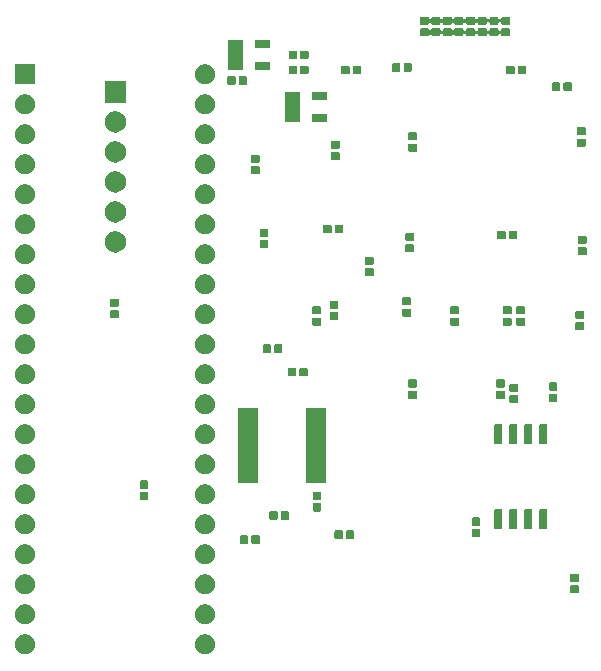
<source format=gbr>
G04 #@! TF.GenerationSoftware,KiCad,Pcbnew,(5.1.5)-3*
G04 #@! TF.CreationDate,2020-10-03T21:18:42-07:00*
G04 #@! TF.ProjectId,MCL86jr,4d434c38-366a-4722-9e6b-696361645f70,rev?*
G04 #@! TF.SameCoordinates,PX6b9fce8PY20f1980*
G04 #@! TF.FileFunction,Soldermask,Bot*
G04 #@! TF.FilePolarity,Negative*
%FSLAX46Y46*%
G04 Gerber Fmt 4.6, Leading zero omitted, Abs format (unit mm)*
G04 Created by KiCad (PCBNEW (5.1.5)-3) date 2020-10-03 21:18:42*
%MOMM*%
%LPD*%
G04 APERTURE LIST*
%ADD10C,0.100000*%
G04 APERTURE END LIST*
D10*
G36*
X19033828Y-53653303D02*
G01*
X19188700Y-53717453D01*
X19328081Y-53810585D01*
X19446615Y-53929119D01*
X19539747Y-54068500D01*
X19603897Y-54223372D01*
X19636600Y-54387784D01*
X19636600Y-54555416D01*
X19603897Y-54719828D01*
X19539747Y-54874700D01*
X19446615Y-55014081D01*
X19328081Y-55132615D01*
X19188700Y-55225747D01*
X19033828Y-55289897D01*
X18869416Y-55322600D01*
X18701784Y-55322600D01*
X18537372Y-55289897D01*
X18382500Y-55225747D01*
X18243119Y-55132615D01*
X18124585Y-55014081D01*
X18031453Y-54874700D01*
X17967303Y-54719828D01*
X17934600Y-54555416D01*
X17934600Y-54387784D01*
X17967303Y-54223372D01*
X18031453Y-54068500D01*
X18124585Y-53929119D01*
X18243119Y-53810585D01*
X18382500Y-53717453D01*
X18537372Y-53653303D01*
X18701784Y-53620600D01*
X18869416Y-53620600D01*
X19033828Y-53653303D01*
G37*
G36*
X3793828Y-53653303D02*
G01*
X3948700Y-53717453D01*
X4088081Y-53810585D01*
X4206615Y-53929119D01*
X4299747Y-54068500D01*
X4363897Y-54223372D01*
X4396600Y-54387784D01*
X4396600Y-54555416D01*
X4363897Y-54719828D01*
X4299747Y-54874700D01*
X4206615Y-55014081D01*
X4088081Y-55132615D01*
X3948700Y-55225747D01*
X3793828Y-55289897D01*
X3629416Y-55322600D01*
X3461784Y-55322600D01*
X3297372Y-55289897D01*
X3142500Y-55225747D01*
X3003119Y-55132615D01*
X2884585Y-55014081D01*
X2791453Y-54874700D01*
X2727303Y-54719828D01*
X2694600Y-54555416D01*
X2694600Y-54387784D01*
X2727303Y-54223372D01*
X2791453Y-54068500D01*
X2884585Y-53929119D01*
X3003119Y-53810585D01*
X3142500Y-53717453D01*
X3297372Y-53653303D01*
X3461784Y-53620600D01*
X3629416Y-53620600D01*
X3793828Y-53653303D01*
G37*
G36*
X3793828Y-51113303D02*
G01*
X3948700Y-51177453D01*
X4088081Y-51270585D01*
X4206615Y-51389119D01*
X4299747Y-51528500D01*
X4363897Y-51683372D01*
X4396600Y-51847784D01*
X4396600Y-52015416D01*
X4363897Y-52179828D01*
X4299747Y-52334700D01*
X4206615Y-52474081D01*
X4088081Y-52592615D01*
X3948700Y-52685747D01*
X3793828Y-52749897D01*
X3629416Y-52782600D01*
X3461784Y-52782600D01*
X3297372Y-52749897D01*
X3142500Y-52685747D01*
X3003119Y-52592615D01*
X2884585Y-52474081D01*
X2791453Y-52334700D01*
X2727303Y-52179828D01*
X2694600Y-52015416D01*
X2694600Y-51847784D01*
X2727303Y-51683372D01*
X2791453Y-51528500D01*
X2884585Y-51389119D01*
X3003119Y-51270585D01*
X3142500Y-51177453D01*
X3297372Y-51113303D01*
X3461784Y-51080600D01*
X3629416Y-51080600D01*
X3793828Y-51113303D01*
G37*
G36*
X19033828Y-51113303D02*
G01*
X19188700Y-51177453D01*
X19328081Y-51270585D01*
X19446615Y-51389119D01*
X19539747Y-51528500D01*
X19603897Y-51683372D01*
X19636600Y-51847784D01*
X19636600Y-52015416D01*
X19603897Y-52179828D01*
X19539747Y-52334700D01*
X19446615Y-52474081D01*
X19328081Y-52592615D01*
X19188700Y-52685747D01*
X19033828Y-52749897D01*
X18869416Y-52782600D01*
X18701784Y-52782600D01*
X18537372Y-52749897D01*
X18382500Y-52685747D01*
X18243119Y-52592615D01*
X18124585Y-52474081D01*
X18031453Y-52334700D01*
X17967303Y-52179828D01*
X17934600Y-52015416D01*
X17934600Y-51847784D01*
X17967303Y-51683372D01*
X18031453Y-51528500D01*
X18124585Y-51389119D01*
X18243119Y-51270585D01*
X18382500Y-51177453D01*
X18537372Y-51113303D01*
X18701784Y-51080600D01*
X18869416Y-51080600D01*
X19033828Y-51113303D01*
G37*
G36*
X19033828Y-48573303D02*
G01*
X19188700Y-48637453D01*
X19328081Y-48730585D01*
X19446615Y-48849119D01*
X19539747Y-48988500D01*
X19603897Y-49143372D01*
X19636600Y-49307784D01*
X19636600Y-49475416D01*
X19603897Y-49639828D01*
X19539747Y-49794700D01*
X19446615Y-49934081D01*
X19328081Y-50052615D01*
X19188700Y-50145747D01*
X19033828Y-50209897D01*
X18869416Y-50242600D01*
X18701784Y-50242600D01*
X18537372Y-50209897D01*
X18382500Y-50145747D01*
X18243119Y-50052615D01*
X18124585Y-49934081D01*
X18031453Y-49794700D01*
X17967303Y-49639828D01*
X17934600Y-49475416D01*
X17934600Y-49307784D01*
X17967303Y-49143372D01*
X18031453Y-48988500D01*
X18124585Y-48849119D01*
X18243119Y-48730585D01*
X18382500Y-48637453D01*
X18537372Y-48573303D01*
X18701784Y-48540600D01*
X18869416Y-48540600D01*
X19033828Y-48573303D01*
G37*
G36*
X3793828Y-48573303D02*
G01*
X3948700Y-48637453D01*
X4088081Y-48730585D01*
X4206615Y-48849119D01*
X4299747Y-48988500D01*
X4363897Y-49143372D01*
X4396600Y-49307784D01*
X4396600Y-49475416D01*
X4363897Y-49639828D01*
X4299747Y-49794700D01*
X4206615Y-49934081D01*
X4088081Y-50052615D01*
X3948700Y-50145747D01*
X3793828Y-50209897D01*
X3629416Y-50242600D01*
X3461784Y-50242600D01*
X3297372Y-50209897D01*
X3142500Y-50145747D01*
X3003119Y-50052615D01*
X2884585Y-49934081D01*
X2791453Y-49794700D01*
X2727303Y-49639828D01*
X2694600Y-49475416D01*
X2694600Y-49307784D01*
X2727303Y-49143372D01*
X2791453Y-48988500D01*
X2884585Y-48849119D01*
X3003119Y-48730585D01*
X3142500Y-48637453D01*
X3297372Y-48573303D01*
X3461784Y-48540600D01*
X3629416Y-48540600D01*
X3793828Y-48573303D01*
G37*
G36*
X50345338Y-49468516D02*
G01*
X50365957Y-49474771D01*
X50384953Y-49484924D01*
X50401608Y-49498592D01*
X50415276Y-49515247D01*
X50425429Y-49534243D01*
X50431684Y-49554862D01*
X50434400Y-49582440D01*
X50434400Y-50041160D01*
X50431684Y-50068738D01*
X50425429Y-50089357D01*
X50415276Y-50108353D01*
X50401608Y-50125008D01*
X50384953Y-50138676D01*
X50365957Y-50148829D01*
X50345338Y-50155084D01*
X50317760Y-50157800D01*
X49809040Y-50157800D01*
X49781462Y-50155084D01*
X49760843Y-50148829D01*
X49741847Y-50138676D01*
X49725192Y-50125008D01*
X49711524Y-50108353D01*
X49701371Y-50089357D01*
X49695116Y-50068738D01*
X49692400Y-50041160D01*
X49692400Y-49582440D01*
X49695116Y-49554862D01*
X49701371Y-49534243D01*
X49711524Y-49515247D01*
X49725192Y-49498592D01*
X49741847Y-49484924D01*
X49760843Y-49474771D01*
X49781462Y-49468516D01*
X49809040Y-49465800D01*
X50317760Y-49465800D01*
X50345338Y-49468516D01*
G37*
G36*
X50345338Y-48498516D02*
G01*
X50365957Y-48504771D01*
X50384953Y-48514924D01*
X50401608Y-48528592D01*
X50415276Y-48545247D01*
X50425429Y-48564243D01*
X50431684Y-48584862D01*
X50434400Y-48612440D01*
X50434400Y-49071160D01*
X50431684Y-49098738D01*
X50425429Y-49119357D01*
X50415276Y-49138353D01*
X50401608Y-49155008D01*
X50384953Y-49168676D01*
X50365957Y-49178829D01*
X50345338Y-49185084D01*
X50317760Y-49187800D01*
X49809040Y-49187800D01*
X49781462Y-49185084D01*
X49760843Y-49178829D01*
X49741847Y-49168676D01*
X49725192Y-49155008D01*
X49711524Y-49138353D01*
X49701371Y-49119357D01*
X49695116Y-49098738D01*
X49692400Y-49071160D01*
X49692400Y-48612440D01*
X49695116Y-48584862D01*
X49701371Y-48564243D01*
X49711524Y-48545247D01*
X49725192Y-48528592D01*
X49741847Y-48514924D01*
X49760843Y-48504771D01*
X49781462Y-48498516D01*
X49809040Y-48495800D01*
X50317760Y-48495800D01*
X50345338Y-48498516D01*
G37*
G36*
X19033828Y-46033303D02*
G01*
X19188700Y-46097453D01*
X19328081Y-46190585D01*
X19446615Y-46309119D01*
X19539747Y-46448500D01*
X19603897Y-46603372D01*
X19636600Y-46767784D01*
X19636600Y-46935416D01*
X19603897Y-47099828D01*
X19539747Y-47254700D01*
X19446615Y-47394081D01*
X19328081Y-47512615D01*
X19188700Y-47605747D01*
X19033828Y-47669897D01*
X18869416Y-47702600D01*
X18701784Y-47702600D01*
X18537372Y-47669897D01*
X18382500Y-47605747D01*
X18243119Y-47512615D01*
X18124585Y-47394081D01*
X18031453Y-47254700D01*
X17967303Y-47099828D01*
X17934600Y-46935416D01*
X17934600Y-46767784D01*
X17967303Y-46603372D01*
X18031453Y-46448500D01*
X18124585Y-46309119D01*
X18243119Y-46190585D01*
X18382500Y-46097453D01*
X18537372Y-46033303D01*
X18701784Y-46000600D01*
X18869416Y-46000600D01*
X19033828Y-46033303D01*
G37*
G36*
X3793828Y-46033303D02*
G01*
X3948700Y-46097453D01*
X4088081Y-46190585D01*
X4206615Y-46309119D01*
X4299747Y-46448500D01*
X4363897Y-46603372D01*
X4396600Y-46767784D01*
X4396600Y-46935416D01*
X4363897Y-47099828D01*
X4299747Y-47254700D01*
X4206615Y-47394081D01*
X4088081Y-47512615D01*
X3948700Y-47605747D01*
X3793828Y-47669897D01*
X3629416Y-47702600D01*
X3461784Y-47702600D01*
X3297372Y-47669897D01*
X3142500Y-47605747D01*
X3003119Y-47512615D01*
X2884585Y-47394081D01*
X2791453Y-47254700D01*
X2727303Y-47099828D01*
X2694600Y-46935416D01*
X2694600Y-46767784D01*
X2727303Y-46603372D01*
X2791453Y-46448500D01*
X2884585Y-46309119D01*
X3003119Y-46190585D01*
X3142500Y-46097453D01*
X3297372Y-46033303D01*
X3461784Y-46000600D01*
X3629416Y-46000600D01*
X3793828Y-46033303D01*
G37*
G36*
X22352538Y-45250116D02*
G01*
X22373157Y-45256371D01*
X22392153Y-45266524D01*
X22408808Y-45280192D01*
X22422476Y-45296847D01*
X22432629Y-45315843D01*
X22438884Y-45336462D01*
X22441600Y-45364040D01*
X22441600Y-45872760D01*
X22438884Y-45900338D01*
X22432629Y-45920957D01*
X22422476Y-45939953D01*
X22408808Y-45956608D01*
X22392153Y-45970276D01*
X22373157Y-45980429D01*
X22352538Y-45986684D01*
X22324960Y-45989400D01*
X21866240Y-45989400D01*
X21838662Y-45986684D01*
X21818043Y-45980429D01*
X21799047Y-45970276D01*
X21782392Y-45956608D01*
X21768724Y-45939953D01*
X21758571Y-45920957D01*
X21752316Y-45900338D01*
X21749600Y-45872760D01*
X21749600Y-45364040D01*
X21752316Y-45336462D01*
X21758571Y-45315843D01*
X21768724Y-45296847D01*
X21782392Y-45280192D01*
X21799047Y-45266524D01*
X21818043Y-45256371D01*
X21838662Y-45250116D01*
X21866240Y-45247400D01*
X22324960Y-45247400D01*
X22352538Y-45250116D01*
G37*
G36*
X23322538Y-45250116D02*
G01*
X23343157Y-45256371D01*
X23362153Y-45266524D01*
X23378808Y-45280192D01*
X23392476Y-45296847D01*
X23402629Y-45315843D01*
X23408884Y-45336462D01*
X23411600Y-45364040D01*
X23411600Y-45872760D01*
X23408884Y-45900338D01*
X23402629Y-45920957D01*
X23392476Y-45939953D01*
X23378808Y-45956608D01*
X23362153Y-45970276D01*
X23343157Y-45980429D01*
X23322538Y-45986684D01*
X23294960Y-45989400D01*
X22836240Y-45989400D01*
X22808662Y-45986684D01*
X22788043Y-45980429D01*
X22769047Y-45970276D01*
X22752392Y-45956608D01*
X22738724Y-45939953D01*
X22728571Y-45920957D01*
X22722316Y-45900338D01*
X22719600Y-45872760D01*
X22719600Y-45364040D01*
X22722316Y-45336462D01*
X22728571Y-45315843D01*
X22738724Y-45296847D01*
X22752392Y-45280192D01*
X22769047Y-45266524D01*
X22788043Y-45256371D01*
X22808662Y-45250116D01*
X22836240Y-45247400D01*
X23294960Y-45247400D01*
X23322538Y-45250116D01*
G37*
G36*
X30353538Y-44818316D02*
G01*
X30374157Y-44824571D01*
X30393153Y-44834724D01*
X30409808Y-44848392D01*
X30423476Y-44865047D01*
X30433629Y-44884043D01*
X30439884Y-44904662D01*
X30442600Y-44932240D01*
X30442600Y-45440960D01*
X30439884Y-45468538D01*
X30433629Y-45489157D01*
X30423476Y-45508153D01*
X30409808Y-45524808D01*
X30393153Y-45538476D01*
X30374157Y-45548629D01*
X30353538Y-45554884D01*
X30325960Y-45557600D01*
X29867240Y-45557600D01*
X29839662Y-45554884D01*
X29819043Y-45548629D01*
X29800047Y-45538476D01*
X29783392Y-45524808D01*
X29769724Y-45508153D01*
X29759571Y-45489157D01*
X29753316Y-45468538D01*
X29750600Y-45440960D01*
X29750600Y-44932240D01*
X29753316Y-44904662D01*
X29759571Y-44884043D01*
X29769724Y-44865047D01*
X29783392Y-44848392D01*
X29800047Y-44834724D01*
X29819043Y-44824571D01*
X29839662Y-44818316D01*
X29867240Y-44815600D01*
X30325960Y-44815600D01*
X30353538Y-44818316D01*
G37*
G36*
X31323538Y-44818316D02*
G01*
X31344157Y-44824571D01*
X31363153Y-44834724D01*
X31379808Y-44848392D01*
X31393476Y-44865047D01*
X31403629Y-44884043D01*
X31409884Y-44904662D01*
X31412600Y-44932240D01*
X31412600Y-45440960D01*
X31409884Y-45468538D01*
X31403629Y-45489157D01*
X31393476Y-45508153D01*
X31379808Y-45524808D01*
X31363153Y-45538476D01*
X31344157Y-45548629D01*
X31323538Y-45554884D01*
X31295960Y-45557600D01*
X30837240Y-45557600D01*
X30809662Y-45554884D01*
X30789043Y-45548629D01*
X30770047Y-45538476D01*
X30753392Y-45524808D01*
X30739724Y-45508153D01*
X30729571Y-45489157D01*
X30723316Y-45468538D01*
X30720600Y-45440960D01*
X30720600Y-44932240D01*
X30723316Y-44904662D01*
X30729571Y-44884043D01*
X30739724Y-44865047D01*
X30753392Y-44848392D01*
X30770047Y-44834724D01*
X30789043Y-44824571D01*
X30809662Y-44818316D01*
X30837240Y-44815600D01*
X31295960Y-44815600D01*
X31323538Y-44818316D01*
G37*
G36*
X42014138Y-44693316D02*
G01*
X42034757Y-44699571D01*
X42053753Y-44709724D01*
X42070408Y-44723392D01*
X42084076Y-44740047D01*
X42094229Y-44759043D01*
X42100484Y-44779662D01*
X42103200Y-44807240D01*
X42103200Y-45265960D01*
X42100484Y-45293538D01*
X42094229Y-45314157D01*
X42084076Y-45333153D01*
X42070408Y-45349808D01*
X42053753Y-45363476D01*
X42034757Y-45373629D01*
X42014138Y-45379884D01*
X41986560Y-45382600D01*
X41477840Y-45382600D01*
X41450262Y-45379884D01*
X41429643Y-45373629D01*
X41410647Y-45363476D01*
X41393992Y-45349808D01*
X41380324Y-45333153D01*
X41370171Y-45314157D01*
X41363916Y-45293538D01*
X41361200Y-45265960D01*
X41361200Y-44807240D01*
X41363916Y-44779662D01*
X41370171Y-44759043D01*
X41380324Y-44740047D01*
X41393992Y-44723392D01*
X41410647Y-44709724D01*
X41429643Y-44699571D01*
X41450262Y-44693316D01*
X41477840Y-44690600D01*
X41986560Y-44690600D01*
X42014138Y-44693316D01*
G37*
G36*
X3793828Y-43493303D02*
G01*
X3948700Y-43557453D01*
X4088081Y-43650585D01*
X4206615Y-43769119D01*
X4299747Y-43908500D01*
X4363897Y-44063372D01*
X4396600Y-44227784D01*
X4396600Y-44395416D01*
X4363897Y-44559828D01*
X4299747Y-44714700D01*
X4206615Y-44854081D01*
X4088081Y-44972615D01*
X3948700Y-45065747D01*
X3793828Y-45129897D01*
X3629416Y-45162600D01*
X3461784Y-45162600D01*
X3297372Y-45129897D01*
X3142500Y-45065747D01*
X3003119Y-44972615D01*
X2884585Y-44854081D01*
X2791453Y-44714700D01*
X2727303Y-44559828D01*
X2694600Y-44395416D01*
X2694600Y-44227784D01*
X2727303Y-44063372D01*
X2791453Y-43908500D01*
X2884585Y-43769119D01*
X3003119Y-43650585D01*
X3142500Y-43557453D01*
X3297372Y-43493303D01*
X3461784Y-43460600D01*
X3629416Y-43460600D01*
X3793828Y-43493303D01*
G37*
G36*
X19033828Y-43493303D02*
G01*
X19188700Y-43557453D01*
X19328081Y-43650585D01*
X19446615Y-43769119D01*
X19539747Y-43908500D01*
X19603897Y-44063372D01*
X19636600Y-44227784D01*
X19636600Y-44395416D01*
X19603897Y-44559828D01*
X19539747Y-44714700D01*
X19446615Y-44854081D01*
X19328081Y-44972615D01*
X19188700Y-45065747D01*
X19033828Y-45129897D01*
X18869416Y-45162600D01*
X18701784Y-45162600D01*
X18537372Y-45129897D01*
X18382500Y-45065747D01*
X18243119Y-44972615D01*
X18124585Y-44854081D01*
X18031453Y-44714700D01*
X17967303Y-44559828D01*
X17934600Y-44395416D01*
X17934600Y-44227784D01*
X17967303Y-44063372D01*
X18031453Y-43908500D01*
X18124585Y-43769119D01*
X18243119Y-43650585D01*
X18382500Y-43557453D01*
X18537372Y-43493303D01*
X18701784Y-43460600D01*
X18869416Y-43460600D01*
X19033828Y-43493303D01*
G37*
G36*
X43871728Y-43036164D02*
G01*
X43892809Y-43042560D01*
X43912245Y-43052948D01*
X43929276Y-43066924D01*
X43943252Y-43083955D01*
X43953640Y-43103391D01*
X43960036Y-43124472D01*
X43962800Y-43152540D01*
X43962800Y-44616260D01*
X43960036Y-44644328D01*
X43953640Y-44665409D01*
X43943252Y-44684845D01*
X43929276Y-44701876D01*
X43912245Y-44715852D01*
X43892809Y-44726240D01*
X43871728Y-44732636D01*
X43843660Y-44735400D01*
X43379940Y-44735400D01*
X43351872Y-44732636D01*
X43330791Y-44726240D01*
X43311355Y-44715852D01*
X43294324Y-44701876D01*
X43280348Y-44684845D01*
X43269960Y-44665409D01*
X43263564Y-44644328D01*
X43260800Y-44616260D01*
X43260800Y-43152540D01*
X43263564Y-43124472D01*
X43269960Y-43103391D01*
X43280348Y-43083955D01*
X43294324Y-43066924D01*
X43311355Y-43052948D01*
X43330791Y-43042560D01*
X43351872Y-43036164D01*
X43379940Y-43033400D01*
X43843660Y-43033400D01*
X43871728Y-43036164D01*
G37*
G36*
X45141728Y-43036164D02*
G01*
X45162809Y-43042560D01*
X45182245Y-43052948D01*
X45199276Y-43066924D01*
X45213252Y-43083955D01*
X45223640Y-43103391D01*
X45230036Y-43124472D01*
X45232800Y-43152540D01*
X45232800Y-44616260D01*
X45230036Y-44644328D01*
X45223640Y-44665409D01*
X45213252Y-44684845D01*
X45199276Y-44701876D01*
X45182245Y-44715852D01*
X45162809Y-44726240D01*
X45141728Y-44732636D01*
X45113660Y-44735400D01*
X44649940Y-44735400D01*
X44621872Y-44732636D01*
X44600791Y-44726240D01*
X44581355Y-44715852D01*
X44564324Y-44701876D01*
X44550348Y-44684845D01*
X44539960Y-44665409D01*
X44533564Y-44644328D01*
X44530800Y-44616260D01*
X44530800Y-43152540D01*
X44533564Y-43124472D01*
X44539960Y-43103391D01*
X44550348Y-43083955D01*
X44564324Y-43066924D01*
X44581355Y-43052948D01*
X44600791Y-43042560D01*
X44621872Y-43036164D01*
X44649940Y-43033400D01*
X45113660Y-43033400D01*
X45141728Y-43036164D01*
G37*
G36*
X46411728Y-43036164D02*
G01*
X46432809Y-43042560D01*
X46452245Y-43052948D01*
X46469276Y-43066924D01*
X46483252Y-43083955D01*
X46493640Y-43103391D01*
X46500036Y-43124472D01*
X46502800Y-43152540D01*
X46502800Y-44616260D01*
X46500036Y-44644328D01*
X46493640Y-44665409D01*
X46483252Y-44684845D01*
X46469276Y-44701876D01*
X46452245Y-44715852D01*
X46432809Y-44726240D01*
X46411728Y-44732636D01*
X46383660Y-44735400D01*
X45919940Y-44735400D01*
X45891872Y-44732636D01*
X45870791Y-44726240D01*
X45851355Y-44715852D01*
X45834324Y-44701876D01*
X45820348Y-44684845D01*
X45809960Y-44665409D01*
X45803564Y-44644328D01*
X45800800Y-44616260D01*
X45800800Y-43152540D01*
X45803564Y-43124472D01*
X45809960Y-43103391D01*
X45820348Y-43083955D01*
X45834324Y-43066924D01*
X45851355Y-43052948D01*
X45870791Y-43042560D01*
X45891872Y-43036164D01*
X45919940Y-43033400D01*
X46383660Y-43033400D01*
X46411728Y-43036164D01*
G37*
G36*
X47681728Y-43036164D02*
G01*
X47702809Y-43042560D01*
X47722245Y-43052948D01*
X47739276Y-43066924D01*
X47753252Y-43083955D01*
X47763640Y-43103391D01*
X47770036Y-43124472D01*
X47772800Y-43152540D01*
X47772800Y-44616260D01*
X47770036Y-44644328D01*
X47763640Y-44665409D01*
X47753252Y-44684845D01*
X47739276Y-44701876D01*
X47722245Y-44715852D01*
X47702809Y-44726240D01*
X47681728Y-44732636D01*
X47653660Y-44735400D01*
X47189940Y-44735400D01*
X47161872Y-44732636D01*
X47140791Y-44726240D01*
X47121355Y-44715852D01*
X47104324Y-44701876D01*
X47090348Y-44684845D01*
X47079960Y-44665409D01*
X47073564Y-44644328D01*
X47070800Y-44616260D01*
X47070800Y-43152540D01*
X47073564Y-43124472D01*
X47079960Y-43103391D01*
X47090348Y-43083955D01*
X47104324Y-43066924D01*
X47121355Y-43052948D01*
X47140791Y-43042560D01*
X47161872Y-43036164D01*
X47189940Y-43033400D01*
X47653660Y-43033400D01*
X47681728Y-43036164D01*
G37*
G36*
X42014138Y-43723316D02*
G01*
X42034757Y-43729571D01*
X42053753Y-43739724D01*
X42070408Y-43753392D01*
X42084076Y-43770047D01*
X42094229Y-43789043D01*
X42100484Y-43809662D01*
X42103200Y-43837240D01*
X42103200Y-44295960D01*
X42100484Y-44323538D01*
X42094229Y-44344157D01*
X42084076Y-44363153D01*
X42070408Y-44379808D01*
X42053753Y-44393476D01*
X42034757Y-44403629D01*
X42014138Y-44409884D01*
X41986560Y-44412600D01*
X41477840Y-44412600D01*
X41450262Y-44409884D01*
X41429643Y-44403629D01*
X41410647Y-44393476D01*
X41393992Y-44379808D01*
X41380324Y-44363153D01*
X41370171Y-44344157D01*
X41363916Y-44323538D01*
X41361200Y-44295960D01*
X41361200Y-43837240D01*
X41363916Y-43809662D01*
X41370171Y-43789043D01*
X41380324Y-43770047D01*
X41393992Y-43753392D01*
X41410647Y-43739724D01*
X41429643Y-43729571D01*
X41450262Y-43723316D01*
X41477840Y-43720600D01*
X41986560Y-43720600D01*
X42014138Y-43723316D01*
G37*
G36*
X24841738Y-43192716D02*
G01*
X24862357Y-43198971D01*
X24881353Y-43209124D01*
X24898008Y-43222792D01*
X24911676Y-43239447D01*
X24921829Y-43258443D01*
X24928084Y-43279062D01*
X24930800Y-43306640D01*
X24930800Y-43815360D01*
X24928084Y-43842938D01*
X24921829Y-43863557D01*
X24911676Y-43882553D01*
X24898008Y-43899208D01*
X24881353Y-43912876D01*
X24862357Y-43923029D01*
X24841738Y-43929284D01*
X24814160Y-43932000D01*
X24355440Y-43932000D01*
X24327862Y-43929284D01*
X24307243Y-43923029D01*
X24288247Y-43912876D01*
X24271592Y-43899208D01*
X24257924Y-43882553D01*
X24247771Y-43863557D01*
X24241516Y-43842938D01*
X24238800Y-43815360D01*
X24238800Y-43306640D01*
X24241516Y-43279062D01*
X24247771Y-43258443D01*
X24257924Y-43239447D01*
X24271592Y-43222792D01*
X24288247Y-43209124D01*
X24307243Y-43198971D01*
X24327862Y-43192716D01*
X24355440Y-43190000D01*
X24814160Y-43190000D01*
X24841738Y-43192716D01*
G37*
G36*
X25811738Y-43192716D02*
G01*
X25832357Y-43198971D01*
X25851353Y-43209124D01*
X25868008Y-43222792D01*
X25881676Y-43239447D01*
X25891829Y-43258443D01*
X25898084Y-43279062D01*
X25900800Y-43306640D01*
X25900800Y-43815360D01*
X25898084Y-43842938D01*
X25891829Y-43863557D01*
X25881676Y-43882553D01*
X25868008Y-43899208D01*
X25851353Y-43912876D01*
X25832357Y-43923029D01*
X25811738Y-43929284D01*
X25784160Y-43932000D01*
X25325440Y-43932000D01*
X25297862Y-43929284D01*
X25277243Y-43923029D01*
X25258247Y-43912876D01*
X25241592Y-43899208D01*
X25227924Y-43882553D01*
X25217771Y-43863557D01*
X25211516Y-43842938D01*
X25208800Y-43815360D01*
X25208800Y-43306640D01*
X25211516Y-43279062D01*
X25217771Y-43258443D01*
X25227924Y-43239447D01*
X25241592Y-43222792D01*
X25258247Y-43209124D01*
X25277243Y-43198971D01*
X25297862Y-43192716D01*
X25325440Y-43190000D01*
X25784160Y-43190000D01*
X25811738Y-43192716D01*
G37*
G36*
X28552138Y-42534316D02*
G01*
X28572757Y-42540571D01*
X28591753Y-42550724D01*
X28608408Y-42564392D01*
X28622076Y-42581047D01*
X28632229Y-42600043D01*
X28638484Y-42620662D01*
X28641200Y-42648240D01*
X28641200Y-43106960D01*
X28638484Y-43134538D01*
X28632229Y-43155157D01*
X28622076Y-43174153D01*
X28608408Y-43190808D01*
X28591753Y-43204476D01*
X28572757Y-43214629D01*
X28552138Y-43220884D01*
X28524560Y-43223600D01*
X28015840Y-43223600D01*
X27988262Y-43220884D01*
X27967643Y-43214629D01*
X27948647Y-43204476D01*
X27931992Y-43190808D01*
X27918324Y-43174153D01*
X27908171Y-43155157D01*
X27901916Y-43134538D01*
X27899200Y-43106960D01*
X27899200Y-42648240D01*
X27901916Y-42620662D01*
X27908171Y-42600043D01*
X27918324Y-42581047D01*
X27931992Y-42564392D01*
X27948647Y-42550724D01*
X27967643Y-42540571D01*
X27988262Y-42534316D01*
X28015840Y-42531600D01*
X28524560Y-42531600D01*
X28552138Y-42534316D01*
G37*
G36*
X19033828Y-40953303D02*
G01*
X19188700Y-41017453D01*
X19328081Y-41110585D01*
X19446615Y-41229119D01*
X19539747Y-41368500D01*
X19603897Y-41523372D01*
X19636600Y-41687784D01*
X19636600Y-41855416D01*
X19603897Y-42019828D01*
X19539747Y-42174700D01*
X19446615Y-42314081D01*
X19328081Y-42432615D01*
X19188700Y-42525747D01*
X19033828Y-42589897D01*
X18869416Y-42622600D01*
X18701784Y-42622600D01*
X18537372Y-42589897D01*
X18382500Y-42525747D01*
X18243119Y-42432615D01*
X18124585Y-42314081D01*
X18031453Y-42174700D01*
X17967303Y-42019828D01*
X17934600Y-41855416D01*
X17934600Y-41687784D01*
X17967303Y-41523372D01*
X18031453Y-41368500D01*
X18124585Y-41229119D01*
X18243119Y-41110585D01*
X18382500Y-41017453D01*
X18537372Y-40953303D01*
X18701784Y-40920600D01*
X18869416Y-40920600D01*
X19033828Y-40953303D01*
G37*
G36*
X3793828Y-40953303D02*
G01*
X3948700Y-41017453D01*
X4088081Y-41110585D01*
X4206615Y-41229119D01*
X4299747Y-41368500D01*
X4363897Y-41523372D01*
X4396600Y-41687784D01*
X4396600Y-41855416D01*
X4363897Y-42019828D01*
X4299747Y-42174700D01*
X4206615Y-42314081D01*
X4088081Y-42432615D01*
X3948700Y-42525747D01*
X3793828Y-42589897D01*
X3629416Y-42622600D01*
X3461784Y-42622600D01*
X3297372Y-42589897D01*
X3142500Y-42525747D01*
X3003119Y-42432615D01*
X2884585Y-42314081D01*
X2791453Y-42174700D01*
X2727303Y-42019828D01*
X2694600Y-41855416D01*
X2694600Y-41687784D01*
X2727303Y-41523372D01*
X2791453Y-41368500D01*
X2884585Y-41229119D01*
X3003119Y-41110585D01*
X3142500Y-41017453D01*
X3297372Y-40953303D01*
X3461784Y-40920600D01*
X3629416Y-40920600D01*
X3793828Y-40953303D01*
G37*
G36*
X13896338Y-41569116D02*
G01*
X13916957Y-41575371D01*
X13935953Y-41585524D01*
X13952608Y-41599192D01*
X13966276Y-41615847D01*
X13976429Y-41634843D01*
X13982684Y-41655462D01*
X13985400Y-41683040D01*
X13985400Y-42141760D01*
X13982684Y-42169338D01*
X13976429Y-42189957D01*
X13966276Y-42208953D01*
X13952608Y-42225608D01*
X13935953Y-42239276D01*
X13916957Y-42249429D01*
X13896338Y-42255684D01*
X13868760Y-42258400D01*
X13360040Y-42258400D01*
X13332462Y-42255684D01*
X13311843Y-42249429D01*
X13292847Y-42239276D01*
X13276192Y-42225608D01*
X13262524Y-42208953D01*
X13252371Y-42189957D01*
X13246116Y-42169338D01*
X13243400Y-42141760D01*
X13243400Y-41683040D01*
X13246116Y-41655462D01*
X13252371Y-41634843D01*
X13262524Y-41615847D01*
X13276192Y-41599192D01*
X13292847Y-41585524D01*
X13311843Y-41575371D01*
X13332462Y-41569116D01*
X13360040Y-41566400D01*
X13868760Y-41566400D01*
X13896338Y-41569116D01*
G37*
G36*
X28552138Y-41564316D02*
G01*
X28572757Y-41570571D01*
X28591753Y-41580724D01*
X28608408Y-41594392D01*
X28622076Y-41611047D01*
X28632229Y-41630043D01*
X28638484Y-41650662D01*
X28641200Y-41678240D01*
X28641200Y-42136960D01*
X28638484Y-42164538D01*
X28632229Y-42185157D01*
X28622076Y-42204153D01*
X28608408Y-42220808D01*
X28591753Y-42234476D01*
X28572757Y-42244629D01*
X28552138Y-42250884D01*
X28524560Y-42253600D01*
X28015840Y-42253600D01*
X27988262Y-42250884D01*
X27967643Y-42244629D01*
X27948647Y-42234476D01*
X27931992Y-42220808D01*
X27918324Y-42204153D01*
X27908171Y-42185157D01*
X27901916Y-42164538D01*
X27899200Y-42136960D01*
X27899200Y-41678240D01*
X27901916Y-41650662D01*
X27908171Y-41630043D01*
X27918324Y-41611047D01*
X27931992Y-41594392D01*
X27948647Y-41580724D01*
X27967643Y-41570571D01*
X27988262Y-41564316D01*
X28015840Y-41561600D01*
X28524560Y-41561600D01*
X28552138Y-41564316D01*
G37*
G36*
X13896338Y-40599116D02*
G01*
X13916957Y-40605371D01*
X13935953Y-40615524D01*
X13952608Y-40629192D01*
X13966276Y-40645847D01*
X13976429Y-40664843D01*
X13982684Y-40685462D01*
X13985400Y-40713040D01*
X13985400Y-41171760D01*
X13982684Y-41199338D01*
X13976429Y-41219957D01*
X13966276Y-41238953D01*
X13952608Y-41255608D01*
X13935953Y-41269276D01*
X13916957Y-41279429D01*
X13896338Y-41285684D01*
X13868760Y-41288400D01*
X13360040Y-41288400D01*
X13332462Y-41285684D01*
X13311843Y-41279429D01*
X13292847Y-41269276D01*
X13276192Y-41255608D01*
X13262524Y-41238953D01*
X13252371Y-41219957D01*
X13246116Y-41199338D01*
X13243400Y-41171760D01*
X13243400Y-40713040D01*
X13246116Y-40685462D01*
X13252371Y-40664843D01*
X13262524Y-40645847D01*
X13276192Y-40629192D01*
X13292847Y-40615524D01*
X13311843Y-40605371D01*
X13332462Y-40599116D01*
X13360040Y-40596400D01*
X13868760Y-40596400D01*
X13896338Y-40599116D01*
G37*
G36*
X23289800Y-40823800D02*
G01*
X21617800Y-40823800D01*
X21617800Y-34461800D01*
X23289800Y-34461800D01*
X23289800Y-40823800D01*
G37*
G36*
X29029800Y-40823800D02*
G01*
X27357800Y-40823800D01*
X27357800Y-34461800D01*
X29029800Y-34461800D01*
X29029800Y-40823800D01*
G37*
G36*
X19033828Y-38413303D02*
G01*
X19188700Y-38477453D01*
X19328081Y-38570585D01*
X19446615Y-38689119D01*
X19539747Y-38828500D01*
X19603897Y-38983372D01*
X19636600Y-39147784D01*
X19636600Y-39315416D01*
X19603897Y-39479828D01*
X19539747Y-39634700D01*
X19446615Y-39774081D01*
X19328081Y-39892615D01*
X19188700Y-39985747D01*
X19033828Y-40049897D01*
X18869416Y-40082600D01*
X18701784Y-40082600D01*
X18537372Y-40049897D01*
X18382500Y-39985747D01*
X18243119Y-39892615D01*
X18124585Y-39774081D01*
X18031453Y-39634700D01*
X17967303Y-39479828D01*
X17934600Y-39315416D01*
X17934600Y-39147784D01*
X17967303Y-38983372D01*
X18031453Y-38828500D01*
X18124585Y-38689119D01*
X18243119Y-38570585D01*
X18382500Y-38477453D01*
X18537372Y-38413303D01*
X18701784Y-38380600D01*
X18869416Y-38380600D01*
X19033828Y-38413303D01*
G37*
G36*
X3793828Y-38413303D02*
G01*
X3948700Y-38477453D01*
X4088081Y-38570585D01*
X4206615Y-38689119D01*
X4299747Y-38828500D01*
X4363897Y-38983372D01*
X4396600Y-39147784D01*
X4396600Y-39315416D01*
X4363897Y-39479828D01*
X4299747Y-39634700D01*
X4206615Y-39774081D01*
X4088081Y-39892615D01*
X3948700Y-39985747D01*
X3793828Y-40049897D01*
X3629416Y-40082600D01*
X3461784Y-40082600D01*
X3297372Y-40049897D01*
X3142500Y-39985747D01*
X3003119Y-39892615D01*
X2884585Y-39774081D01*
X2791453Y-39634700D01*
X2727303Y-39479828D01*
X2694600Y-39315416D01*
X2694600Y-39147784D01*
X2727303Y-38983372D01*
X2791453Y-38828500D01*
X2884585Y-38689119D01*
X3003119Y-38570585D01*
X3142500Y-38477453D01*
X3297372Y-38413303D01*
X3461784Y-38380600D01*
X3629416Y-38380600D01*
X3793828Y-38413303D01*
G37*
G36*
X3793828Y-35873303D02*
G01*
X3948700Y-35937453D01*
X4088081Y-36030585D01*
X4206615Y-36149119D01*
X4299747Y-36288500D01*
X4363897Y-36443372D01*
X4396600Y-36607784D01*
X4396600Y-36775416D01*
X4363897Y-36939828D01*
X4299747Y-37094700D01*
X4206615Y-37234081D01*
X4088081Y-37352615D01*
X3948700Y-37445747D01*
X3793828Y-37509897D01*
X3629416Y-37542600D01*
X3461784Y-37542600D01*
X3297372Y-37509897D01*
X3142500Y-37445747D01*
X3003119Y-37352615D01*
X2884585Y-37234081D01*
X2791453Y-37094700D01*
X2727303Y-36939828D01*
X2694600Y-36775416D01*
X2694600Y-36607784D01*
X2727303Y-36443372D01*
X2791453Y-36288500D01*
X2884585Y-36149119D01*
X3003119Y-36030585D01*
X3142500Y-35937453D01*
X3297372Y-35873303D01*
X3461784Y-35840600D01*
X3629416Y-35840600D01*
X3793828Y-35873303D01*
G37*
G36*
X19033828Y-35873303D02*
G01*
X19188700Y-35937453D01*
X19328081Y-36030585D01*
X19446615Y-36149119D01*
X19539747Y-36288500D01*
X19603897Y-36443372D01*
X19636600Y-36607784D01*
X19636600Y-36775416D01*
X19603897Y-36939828D01*
X19539747Y-37094700D01*
X19446615Y-37234081D01*
X19328081Y-37352615D01*
X19188700Y-37445747D01*
X19033828Y-37509897D01*
X18869416Y-37542600D01*
X18701784Y-37542600D01*
X18537372Y-37509897D01*
X18382500Y-37445747D01*
X18243119Y-37352615D01*
X18124585Y-37234081D01*
X18031453Y-37094700D01*
X17967303Y-36939828D01*
X17934600Y-36775416D01*
X17934600Y-36607784D01*
X17967303Y-36443372D01*
X18031453Y-36288500D01*
X18124585Y-36149119D01*
X18243119Y-36030585D01*
X18382500Y-35937453D01*
X18537372Y-35873303D01*
X18701784Y-35840600D01*
X18869416Y-35840600D01*
X19033828Y-35873303D01*
G37*
G36*
X47681728Y-35836164D02*
G01*
X47702809Y-35842560D01*
X47722245Y-35852948D01*
X47739276Y-35866924D01*
X47753252Y-35883955D01*
X47763640Y-35903391D01*
X47770036Y-35924472D01*
X47772800Y-35952540D01*
X47772800Y-37416260D01*
X47770036Y-37444328D01*
X47763640Y-37465409D01*
X47753252Y-37484845D01*
X47739276Y-37501876D01*
X47722245Y-37515852D01*
X47702809Y-37526240D01*
X47681728Y-37532636D01*
X47653660Y-37535400D01*
X47189940Y-37535400D01*
X47161872Y-37532636D01*
X47140791Y-37526240D01*
X47121355Y-37515852D01*
X47104324Y-37501876D01*
X47090348Y-37484845D01*
X47079960Y-37465409D01*
X47073564Y-37444328D01*
X47070800Y-37416260D01*
X47070800Y-35952540D01*
X47073564Y-35924472D01*
X47079960Y-35903391D01*
X47090348Y-35883955D01*
X47104324Y-35866924D01*
X47121355Y-35852948D01*
X47140791Y-35842560D01*
X47161872Y-35836164D01*
X47189940Y-35833400D01*
X47653660Y-35833400D01*
X47681728Y-35836164D01*
G37*
G36*
X45141728Y-35836164D02*
G01*
X45162809Y-35842560D01*
X45182245Y-35852948D01*
X45199276Y-35866924D01*
X45213252Y-35883955D01*
X45223640Y-35903391D01*
X45230036Y-35924472D01*
X45232800Y-35952540D01*
X45232800Y-37416260D01*
X45230036Y-37444328D01*
X45223640Y-37465409D01*
X45213252Y-37484845D01*
X45199276Y-37501876D01*
X45182245Y-37515852D01*
X45162809Y-37526240D01*
X45141728Y-37532636D01*
X45113660Y-37535400D01*
X44649940Y-37535400D01*
X44621872Y-37532636D01*
X44600791Y-37526240D01*
X44581355Y-37515852D01*
X44564324Y-37501876D01*
X44550348Y-37484845D01*
X44539960Y-37465409D01*
X44533564Y-37444328D01*
X44530800Y-37416260D01*
X44530800Y-35952540D01*
X44533564Y-35924472D01*
X44539960Y-35903391D01*
X44550348Y-35883955D01*
X44564324Y-35866924D01*
X44581355Y-35852948D01*
X44600791Y-35842560D01*
X44621872Y-35836164D01*
X44649940Y-35833400D01*
X45113660Y-35833400D01*
X45141728Y-35836164D01*
G37*
G36*
X43871728Y-35836164D02*
G01*
X43892809Y-35842560D01*
X43912245Y-35852948D01*
X43929276Y-35866924D01*
X43943252Y-35883955D01*
X43953640Y-35903391D01*
X43960036Y-35924472D01*
X43962800Y-35952540D01*
X43962800Y-37416260D01*
X43960036Y-37444328D01*
X43953640Y-37465409D01*
X43943252Y-37484845D01*
X43929276Y-37501876D01*
X43912245Y-37515852D01*
X43892809Y-37526240D01*
X43871728Y-37532636D01*
X43843660Y-37535400D01*
X43379940Y-37535400D01*
X43351872Y-37532636D01*
X43330791Y-37526240D01*
X43311355Y-37515852D01*
X43294324Y-37501876D01*
X43280348Y-37484845D01*
X43269960Y-37465409D01*
X43263564Y-37444328D01*
X43260800Y-37416260D01*
X43260800Y-35952540D01*
X43263564Y-35924472D01*
X43269960Y-35903391D01*
X43280348Y-35883955D01*
X43294324Y-35866924D01*
X43311355Y-35852948D01*
X43330791Y-35842560D01*
X43351872Y-35836164D01*
X43379940Y-35833400D01*
X43843660Y-35833400D01*
X43871728Y-35836164D01*
G37*
G36*
X46411728Y-35836164D02*
G01*
X46432809Y-35842560D01*
X46452245Y-35852948D01*
X46469276Y-35866924D01*
X46483252Y-35883955D01*
X46493640Y-35903391D01*
X46500036Y-35924472D01*
X46502800Y-35952540D01*
X46502800Y-37416260D01*
X46500036Y-37444328D01*
X46493640Y-37465409D01*
X46483252Y-37484845D01*
X46469276Y-37501876D01*
X46452245Y-37515852D01*
X46432809Y-37526240D01*
X46411728Y-37532636D01*
X46383660Y-37535400D01*
X45919940Y-37535400D01*
X45891872Y-37532636D01*
X45870791Y-37526240D01*
X45851355Y-37515852D01*
X45834324Y-37501876D01*
X45820348Y-37484845D01*
X45809960Y-37465409D01*
X45803564Y-37444328D01*
X45800800Y-37416260D01*
X45800800Y-35952540D01*
X45803564Y-35924472D01*
X45809960Y-35903391D01*
X45820348Y-35883955D01*
X45834324Y-35866924D01*
X45851355Y-35852948D01*
X45870791Y-35842560D01*
X45891872Y-35836164D01*
X45919940Y-35833400D01*
X46383660Y-35833400D01*
X46411728Y-35836164D01*
G37*
G36*
X3793828Y-33333303D02*
G01*
X3948700Y-33397453D01*
X4088081Y-33490585D01*
X4206615Y-33609119D01*
X4299747Y-33748500D01*
X4363897Y-33903372D01*
X4396600Y-34067784D01*
X4396600Y-34235416D01*
X4363897Y-34399828D01*
X4299747Y-34554700D01*
X4206615Y-34694081D01*
X4088081Y-34812615D01*
X3948700Y-34905747D01*
X3793828Y-34969897D01*
X3629416Y-35002600D01*
X3461784Y-35002600D01*
X3297372Y-34969897D01*
X3142500Y-34905747D01*
X3003119Y-34812615D01*
X2884585Y-34694081D01*
X2791453Y-34554700D01*
X2727303Y-34399828D01*
X2694600Y-34235416D01*
X2694600Y-34067784D01*
X2727303Y-33903372D01*
X2791453Y-33748500D01*
X2884585Y-33609119D01*
X3003119Y-33490585D01*
X3142500Y-33397453D01*
X3297372Y-33333303D01*
X3461784Y-33300600D01*
X3629416Y-33300600D01*
X3793828Y-33333303D01*
G37*
G36*
X19033828Y-33333303D02*
G01*
X19188700Y-33397453D01*
X19328081Y-33490585D01*
X19446615Y-33609119D01*
X19539747Y-33748500D01*
X19603897Y-33903372D01*
X19636600Y-34067784D01*
X19636600Y-34235416D01*
X19603897Y-34399828D01*
X19539747Y-34554700D01*
X19446615Y-34694081D01*
X19328081Y-34812615D01*
X19188700Y-34905747D01*
X19033828Y-34969897D01*
X18869416Y-35002600D01*
X18701784Y-35002600D01*
X18537372Y-34969897D01*
X18382500Y-34905747D01*
X18243119Y-34812615D01*
X18124585Y-34694081D01*
X18031453Y-34554700D01*
X17967303Y-34399828D01*
X17934600Y-34235416D01*
X17934600Y-34067784D01*
X17967303Y-33903372D01*
X18031453Y-33748500D01*
X18124585Y-33609119D01*
X18243119Y-33490585D01*
X18382500Y-33397453D01*
X18537372Y-33333303D01*
X18701784Y-33300600D01*
X18869416Y-33300600D01*
X19033828Y-33333303D01*
G37*
G36*
X45214538Y-33364916D02*
G01*
X45235157Y-33371171D01*
X45254153Y-33381324D01*
X45270808Y-33394992D01*
X45284476Y-33411647D01*
X45294629Y-33430643D01*
X45300884Y-33451262D01*
X45303600Y-33478840D01*
X45303600Y-33937560D01*
X45300884Y-33965138D01*
X45294629Y-33985757D01*
X45284476Y-34004753D01*
X45270808Y-34021408D01*
X45254153Y-34035076D01*
X45235157Y-34045229D01*
X45214538Y-34051484D01*
X45186960Y-34054200D01*
X44678240Y-34054200D01*
X44650662Y-34051484D01*
X44630043Y-34045229D01*
X44611047Y-34035076D01*
X44594392Y-34021408D01*
X44580724Y-34004753D01*
X44570571Y-33985757D01*
X44564316Y-33965138D01*
X44561600Y-33937560D01*
X44561600Y-33478840D01*
X44564316Y-33451262D01*
X44570571Y-33430643D01*
X44580724Y-33411647D01*
X44594392Y-33394992D01*
X44611047Y-33381324D01*
X44630043Y-33371171D01*
X44650662Y-33364916D01*
X44678240Y-33362200D01*
X45186960Y-33362200D01*
X45214538Y-33364916D01*
G37*
G36*
X48541938Y-33263316D02*
G01*
X48562557Y-33269571D01*
X48581553Y-33279724D01*
X48598208Y-33293392D01*
X48611876Y-33310047D01*
X48622029Y-33329043D01*
X48628284Y-33349662D01*
X48631000Y-33377240D01*
X48631000Y-33835960D01*
X48628284Y-33863538D01*
X48622029Y-33884157D01*
X48611876Y-33903153D01*
X48598208Y-33919808D01*
X48581553Y-33933476D01*
X48562557Y-33943629D01*
X48541938Y-33949884D01*
X48514360Y-33952600D01*
X48005640Y-33952600D01*
X47978062Y-33949884D01*
X47957443Y-33943629D01*
X47938447Y-33933476D01*
X47921792Y-33919808D01*
X47908124Y-33903153D01*
X47897971Y-33884157D01*
X47891716Y-33863538D01*
X47889000Y-33835960D01*
X47889000Y-33377240D01*
X47891716Y-33349662D01*
X47897971Y-33329043D01*
X47908124Y-33310047D01*
X47921792Y-33293392D01*
X47938447Y-33279724D01*
X47957443Y-33269571D01*
X47978062Y-33263316D01*
X48005640Y-33260600D01*
X48514360Y-33260600D01*
X48541938Y-33263316D01*
G37*
G36*
X36629338Y-33009316D02*
G01*
X36649957Y-33015571D01*
X36668953Y-33025724D01*
X36685608Y-33039392D01*
X36699276Y-33056047D01*
X36709429Y-33075043D01*
X36715684Y-33095662D01*
X36718400Y-33123240D01*
X36718400Y-33581960D01*
X36715684Y-33609538D01*
X36709429Y-33630157D01*
X36699276Y-33649153D01*
X36685608Y-33665808D01*
X36668953Y-33679476D01*
X36649957Y-33689629D01*
X36629338Y-33695884D01*
X36601760Y-33698600D01*
X36093040Y-33698600D01*
X36065462Y-33695884D01*
X36044843Y-33689629D01*
X36025847Y-33679476D01*
X36009192Y-33665808D01*
X35995524Y-33649153D01*
X35985371Y-33630157D01*
X35979116Y-33609538D01*
X35976400Y-33581960D01*
X35976400Y-33123240D01*
X35979116Y-33095662D01*
X35985371Y-33075043D01*
X35995524Y-33056047D01*
X36009192Y-33039392D01*
X36025847Y-33025724D01*
X36044843Y-33015571D01*
X36065462Y-33009316D01*
X36093040Y-33006600D01*
X36601760Y-33006600D01*
X36629338Y-33009316D01*
G37*
G36*
X44096938Y-33009316D02*
G01*
X44117557Y-33015571D01*
X44136553Y-33025724D01*
X44153208Y-33039392D01*
X44166876Y-33056047D01*
X44177029Y-33075043D01*
X44183284Y-33095662D01*
X44186000Y-33123240D01*
X44186000Y-33581960D01*
X44183284Y-33609538D01*
X44177029Y-33630157D01*
X44166876Y-33649153D01*
X44153208Y-33665808D01*
X44136553Y-33679476D01*
X44117557Y-33689629D01*
X44096938Y-33695884D01*
X44069360Y-33698600D01*
X43560640Y-33698600D01*
X43533062Y-33695884D01*
X43512443Y-33689629D01*
X43493447Y-33679476D01*
X43476792Y-33665808D01*
X43463124Y-33649153D01*
X43452971Y-33630157D01*
X43446716Y-33609538D01*
X43444000Y-33581960D01*
X43444000Y-33123240D01*
X43446716Y-33095662D01*
X43452971Y-33075043D01*
X43463124Y-33056047D01*
X43476792Y-33039392D01*
X43493447Y-33025724D01*
X43512443Y-33015571D01*
X43533062Y-33009316D01*
X43560640Y-33006600D01*
X44069360Y-33006600D01*
X44096938Y-33009316D01*
G37*
G36*
X45214538Y-32394916D02*
G01*
X45235157Y-32401171D01*
X45254153Y-32411324D01*
X45270808Y-32424992D01*
X45284476Y-32441647D01*
X45294629Y-32460643D01*
X45300884Y-32481262D01*
X45303600Y-32508840D01*
X45303600Y-32967560D01*
X45300884Y-32995138D01*
X45294629Y-33015757D01*
X45284476Y-33034753D01*
X45270808Y-33051408D01*
X45254153Y-33065076D01*
X45235157Y-33075229D01*
X45214538Y-33081484D01*
X45186960Y-33084200D01*
X44678240Y-33084200D01*
X44650662Y-33081484D01*
X44630043Y-33075229D01*
X44611047Y-33065076D01*
X44594392Y-33051408D01*
X44580724Y-33034753D01*
X44570571Y-33015757D01*
X44564316Y-32995138D01*
X44561600Y-32967560D01*
X44561600Y-32508840D01*
X44564316Y-32481262D01*
X44570571Y-32460643D01*
X44580724Y-32441647D01*
X44594392Y-32424992D01*
X44611047Y-32411324D01*
X44630043Y-32401171D01*
X44650662Y-32394916D01*
X44678240Y-32392200D01*
X45186960Y-32392200D01*
X45214538Y-32394916D01*
G37*
G36*
X48541938Y-32293316D02*
G01*
X48562557Y-32299571D01*
X48581553Y-32309724D01*
X48598208Y-32323392D01*
X48611876Y-32340047D01*
X48622029Y-32359043D01*
X48628284Y-32379662D01*
X48631000Y-32407240D01*
X48631000Y-32865960D01*
X48628284Y-32893538D01*
X48622029Y-32914157D01*
X48611876Y-32933153D01*
X48598208Y-32949808D01*
X48581553Y-32963476D01*
X48562557Y-32973629D01*
X48541938Y-32979884D01*
X48514360Y-32982600D01*
X48005640Y-32982600D01*
X47978062Y-32979884D01*
X47957443Y-32973629D01*
X47938447Y-32963476D01*
X47921792Y-32949808D01*
X47908124Y-32933153D01*
X47897971Y-32914157D01*
X47891716Y-32893538D01*
X47889000Y-32865960D01*
X47889000Y-32407240D01*
X47891716Y-32379662D01*
X47897971Y-32359043D01*
X47908124Y-32340047D01*
X47921792Y-32323392D01*
X47938447Y-32309724D01*
X47957443Y-32299571D01*
X47978062Y-32293316D01*
X48005640Y-32290600D01*
X48514360Y-32290600D01*
X48541938Y-32293316D01*
G37*
G36*
X44096938Y-32039316D02*
G01*
X44117557Y-32045571D01*
X44136553Y-32055724D01*
X44153208Y-32069392D01*
X44166876Y-32086047D01*
X44177029Y-32105043D01*
X44183284Y-32125662D01*
X44186000Y-32153240D01*
X44186000Y-32611960D01*
X44183284Y-32639538D01*
X44177029Y-32660157D01*
X44166876Y-32679153D01*
X44153208Y-32695808D01*
X44136553Y-32709476D01*
X44117557Y-32719629D01*
X44096938Y-32725884D01*
X44069360Y-32728600D01*
X43560640Y-32728600D01*
X43533062Y-32725884D01*
X43512443Y-32719629D01*
X43493447Y-32709476D01*
X43476792Y-32695808D01*
X43463124Y-32679153D01*
X43452971Y-32660157D01*
X43446716Y-32639538D01*
X43444000Y-32611960D01*
X43444000Y-32153240D01*
X43446716Y-32125662D01*
X43452971Y-32105043D01*
X43463124Y-32086047D01*
X43476792Y-32069392D01*
X43493447Y-32055724D01*
X43512443Y-32045571D01*
X43533062Y-32039316D01*
X43560640Y-32036600D01*
X44069360Y-32036600D01*
X44096938Y-32039316D01*
G37*
G36*
X36629338Y-32039316D02*
G01*
X36649957Y-32045571D01*
X36668953Y-32055724D01*
X36685608Y-32069392D01*
X36699276Y-32086047D01*
X36709429Y-32105043D01*
X36715684Y-32125662D01*
X36718400Y-32153240D01*
X36718400Y-32611960D01*
X36715684Y-32639538D01*
X36709429Y-32660157D01*
X36699276Y-32679153D01*
X36685608Y-32695808D01*
X36668953Y-32709476D01*
X36649957Y-32719629D01*
X36629338Y-32725884D01*
X36601760Y-32728600D01*
X36093040Y-32728600D01*
X36065462Y-32725884D01*
X36044843Y-32719629D01*
X36025847Y-32709476D01*
X36009192Y-32695808D01*
X35995524Y-32679153D01*
X35985371Y-32660157D01*
X35979116Y-32639538D01*
X35976400Y-32611960D01*
X35976400Y-32153240D01*
X35979116Y-32125662D01*
X35985371Y-32105043D01*
X35995524Y-32086047D01*
X36009192Y-32069392D01*
X36025847Y-32055724D01*
X36044843Y-32045571D01*
X36065462Y-32039316D01*
X36093040Y-32036600D01*
X36601760Y-32036600D01*
X36629338Y-32039316D01*
G37*
G36*
X3793828Y-30793303D02*
G01*
X3948700Y-30857453D01*
X4088081Y-30950585D01*
X4206615Y-31069119D01*
X4299747Y-31208500D01*
X4363897Y-31363372D01*
X4396600Y-31527784D01*
X4396600Y-31695416D01*
X4363897Y-31859828D01*
X4299747Y-32014700D01*
X4206615Y-32154081D01*
X4088081Y-32272615D01*
X3948700Y-32365747D01*
X3793828Y-32429897D01*
X3629416Y-32462600D01*
X3461784Y-32462600D01*
X3297372Y-32429897D01*
X3142500Y-32365747D01*
X3003119Y-32272615D01*
X2884585Y-32154081D01*
X2791453Y-32014700D01*
X2727303Y-31859828D01*
X2694600Y-31695416D01*
X2694600Y-31527784D01*
X2727303Y-31363372D01*
X2791453Y-31208500D01*
X2884585Y-31069119D01*
X3003119Y-30950585D01*
X3142500Y-30857453D01*
X3297372Y-30793303D01*
X3461784Y-30760600D01*
X3629416Y-30760600D01*
X3793828Y-30793303D01*
G37*
G36*
X19033828Y-30793303D02*
G01*
X19188700Y-30857453D01*
X19328081Y-30950585D01*
X19446615Y-31069119D01*
X19539747Y-31208500D01*
X19603897Y-31363372D01*
X19636600Y-31527784D01*
X19636600Y-31695416D01*
X19603897Y-31859828D01*
X19539747Y-32014700D01*
X19446615Y-32154081D01*
X19328081Y-32272615D01*
X19188700Y-32365747D01*
X19033828Y-32429897D01*
X18869416Y-32462600D01*
X18701784Y-32462600D01*
X18537372Y-32429897D01*
X18382500Y-32365747D01*
X18243119Y-32272615D01*
X18124585Y-32154081D01*
X18031453Y-32014700D01*
X17967303Y-31859828D01*
X17934600Y-31695416D01*
X17934600Y-31527784D01*
X17967303Y-31363372D01*
X18031453Y-31208500D01*
X18124585Y-31069119D01*
X18243119Y-30950585D01*
X18382500Y-30857453D01*
X18537372Y-30793303D01*
X18701784Y-30760600D01*
X18869416Y-30760600D01*
X19033828Y-30793303D01*
G37*
G36*
X26418938Y-31051516D02*
G01*
X26439557Y-31057771D01*
X26458553Y-31067924D01*
X26475208Y-31081592D01*
X26488876Y-31098247D01*
X26499029Y-31117243D01*
X26505284Y-31137862D01*
X26508000Y-31165440D01*
X26508000Y-31674160D01*
X26505284Y-31701738D01*
X26499029Y-31722357D01*
X26488876Y-31741353D01*
X26475208Y-31758008D01*
X26458553Y-31771676D01*
X26439557Y-31781829D01*
X26418938Y-31788084D01*
X26391360Y-31790800D01*
X25932640Y-31790800D01*
X25905062Y-31788084D01*
X25884443Y-31781829D01*
X25865447Y-31771676D01*
X25848792Y-31758008D01*
X25835124Y-31741353D01*
X25824971Y-31722357D01*
X25818716Y-31701738D01*
X25816000Y-31674160D01*
X25816000Y-31165440D01*
X25818716Y-31137862D01*
X25824971Y-31117243D01*
X25835124Y-31098247D01*
X25848792Y-31081592D01*
X25865447Y-31067924D01*
X25884443Y-31057771D01*
X25905062Y-31051516D01*
X25932640Y-31048800D01*
X26391360Y-31048800D01*
X26418938Y-31051516D01*
G37*
G36*
X27388938Y-31051516D02*
G01*
X27409557Y-31057771D01*
X27428553Y-31067924D01*
X27445208Y-31081592D01*
X27458876Y-31098247D01*
X27469029Y-31117243D01*
X27475284Y-31137862D01*
X27478000Y-31165440D01*
X27478000Y-31674160D01*
X27475284Y-31701738D01*
X27469029Y-31722357D01*
X27458876Y-31741353D01*
X27445208Y-31758008D01*
X27428553Y-31771676D01*
X27409557Y-31781829D01*
X27388938Y-31788084D01*
X27361360Y-31790800D01*
X26902640Y-31790800D01*
X26875062Y-31788084D01*
X26854443Y-31781829D01*
X26835447Y-31771676D01*
X26818792Y-31758008D01*
X26805124Y-31741353D01*
X26794971Y-31722357D01*
X26788716Y-31701738D01*
X26786000Y-31674160D01*
X26786000Y-31165440D01*
X26788716Y-31137862D01*
X26794971Y-31117243D01*
X26805124Y-31098247D01*
X26818792Y-31081592D01*
X26835447Y-31067924D01*
X26854443Y-31057771D01*
X26875062Y-31051516D01*
X26902640Y-31048800D01*
X27361360Y-31048800D01*
X27388938Y-31051516D01*
G37*
G36*
X3793828Y-28253303D02*
G01*
X3948700Y-28317453D01*
X4088081Y-28410585D01*
X4206615Y-28529119D01*
X4299747Y-28668500D01*
X4363897Y-28823372D01*
X4396600Y-28987784D01*
X4396600Y-29155416D01*
X4363897Y-29319828D01*
X4299747Y-29474700D01*
X4206615Y-29614081D01*
X4088081Y-29732615D01*
X3948700Y-29825747D01*
X3793828Y-29889897D01*
X3629416Y-29922600D01*
X3461784Y-29922600D01*
X3297372Y-29889897D01*
X3142500Y-29825747D01*
X3003119Y-29732615D01*
X2884585Y-29614081D01*
X2791453Y-29474700D01*
X2727303Y-29319828D01*
X2694600Y-29155416D01*
X2694600Y-28987784D01*
X2727303Y-28823372D01*
X2791453Y-28668500D01*
X2884585Y-28529119D01*
X3003119Y-28410585D01*
X3142500Y-28317453D01*
X3297372Y-28253303D01*
X3461784Y-28220600D01*
X3629416Y-28220600D01*
X3793828Y-28253303D01*
G37*
G36*
X19033828Y-28253303D02*
G01*
X19188700Y-28317453D01*
X19328081Y-28410585D01*
X19446615Y-28529119D01*
X19539747Y-28668500D01*
X19603897Y-28823372D01*
X19636600Y-28987784D01*
X19636600Y-29155416D01*
X19603897Y-29319828D01*
X19539747Y-29474700D01*
X19446615Y-29614081D01*
X19328081Y-29732615D01*
X19188700Y-29825747D01*
X19033828Y-29889897D01*
X18869416Y-29922600D01*
X18701784Y-29922600D01*
X18537372Y-29889897D01*
X18382500Y-29825747D01*
X18243119Y-29732615D01*
X18124585Y-29614081D01*
X18031453Y-29474700D01*
X17967303Y-29319828D01*
X17934600Y-29155416D01*
X17934600Y-28987784D01*
X17967303Y-28823372D01*
X18031453Y-28668500D01*
X18124585Y-28529119D01*
X18243119Y-28410585D01*
X18382500Y-28317453D01*
X18537372Y-28253303D01*
X18701784Y-28220600D01*
X18869416Y-28220600D01*
X19033828Y-28253303D01*
G37*
G36*
X25252938Y-29070316D02*
G01*
X25273557Y-29076571D01*
X25292553Y-29086724D01*
X25309208Y-29100392D01*
X25322876Y-29117047D01*
X25333029Y-29136043D01*
X25339284Y-29156662D01*
X25342000Y-29184240D01*
X25342000Y-29692960D01*
X25339284Y-29720538D01*
X25333029Y-29741157D01*
X25322876Y-29760153D01*
X25309208Y-29776808D01*
X25292553Y-29790476D01*
X25273557Y-29800629D01*
X25252938Y-29806884D01*
X25225360Y-29809600D01*
X24766640Y-29809600D01*
X24739062Y-29806884D01*
X24718443Y-29800629D01*
X24699447Y-29790476D01*
X24682792Y-29776808D01*
X24669124Y-29760153D01*
X24658971Y-29741157D01*
X24652716Y-29720538D01*
X24650000Y-29692960D01*
X24650000Y-29184240D01*
X24652716Y-29156662D01*
X24658971Y-29136043D01*
X24669124Y-29117047D01*
X24682792Y-29100392D01*
X24699447Y-29086724D01*
X24718443Y-29076571D01*
X24739062Y-29070316D01*
X24766640Y-29067600D01*
X25225360Y-29067600D01*
X25252938Y-29070316D01*
G37*
G36*
X24282938Y-29070316D02*
G01*
X24303557Y-29076571D01*
X24322553Y-29086724D01*
X24339208Y-29100392D01*
X24352876Y-29117047D01*
X24363029Y-29136043D01*
X24369284Y-29156662D01*
X24372000Y-29184240D01*
X24372000Y-29692960D01*
X24369284Y-29720538D01*
X24363029Y-29741157D01*
X24352876Y-29760153D01*
X24339208Y-29776808D01*
X24322553Y-29790476D01*
X24303557Y-29800629D01*
X24282938Y-29806884D01*
X24255360Y-29809600D01*
X23796640Y-29809600D01*
X23769062Y-29806884D01*
X23748443Y-29800629D01*
X23729447Y-29790476D01*
X23712792Y-29776808D01*
X23699124Y-29760153D01*
X23688971Y-29741157D01*
X23682716Y-29720538D01*
X23680000Y-29692960D01*
X23680000Y-29184240D01*
X23682716Y-29156662D01*
X23688971Y-29136043D01*
X23699124Y-29117047D01*
X23712792Y-29100392D01*
X23729447Y-29086724D01*
X23748443Y-29076571D01*
X23769062Y-29070316D01*
X23796640Y-29067600D01*
X24255360Y-29067600D01*
X24282938Y-29070316D01*
G37*
G36*
X50802538Y-27192716D02*
G01*
X50823157Y-27198971D01*
X50842153Y-27209124D01*
X50858808Y-27222792D01*
X50872476Y-27239447D01*
X50882629Y-27258443D01*
X50888884Y-27279062D01*
X50891600Y-27306640D01*
X50891600Y-27765360D01*
X50888884Y-27792938D01*
X50882629Y-27813557D01*
X50872476Y-27832553D01*
X50858808Y-27849208D01*
X50842153Y-27862876D01*
X50823157Y-27873029D01*
X50802538Y-27879284D01*
X50774960Y-27882000D01*
X50266240Y-27882000D01*
X50238662Y-27879284D01*
X50218043Y-27873029D01*
X50199047Y-27862876D01*
X50182392Y-27849208D01*
X50168724Y-27832553D01*
X50158571Y-27813557D01*
X50152316Y-27792938D01*
X50149600Y-27765360D01*
X50149600Y-27306640D01*
X50152316Y-27279062D01*
X50158571Y-27258443D01*
X50168724Y-27239447D01*
X50182392Y-27222792D01*
X50199047Y-27209124D01*
X50218043Y-27198971D01*
X50238662Y-27192716D01*
X50266240Y-27190000D01*
X50774960Y-27190000D01*
X50802538Y-27192716D01*
G37*
G36*
X28526738Y-26811716D02*
G01*
X28547357Y-26817971D01*
X28566353Y-26828124D01*
X28583008Y-26841792D01*
X28596676Y-26858447D01*
X28606829Y-26877443D01*
X28613084Y-26898062D01*
X28615800Y-26925640D01*
X28615800Y-27384360D01*
X28613084Y-27411938D01*
X28606829Y-27432557D01*
X28596676Y-27451553D01*
X28583008Y-27468208D01*
X28566353Y-27481876D01*
X28547357Y-27492029D01*
X28526738Y-27498284D01*
X28499160Y-27501000D01*
X27990440Y-27501000D01*
X27962862Y-27498284D01*
X27942243Y-27492029D01*
X27923247Y-27481876D01*
X27906592Y-27468208D01*
X27892924Y-27451553D01*
X27882771Y-27432557D01*
X27876516Y-27411938D01*
X27873800Y-27384360D01*
X27873800Y-26925640D01*
X27876516Y-26898062D01*
X27882771Y-26877443D01*
X27892924Y-26858447D01*
X27906592Y-26841792D01*
X27923247Y-26828124D01*
X27942243Y-26817971D01*
X27962862Y-26811716D01*
X27990440Y-26809000D01*
X28499160Y-26809000D01*
X28526738Y-26811716D01*
G37*
G36*
X45798738Y-26811716D02*
G01*
X45819357Y-26817971D01*
X45838353Y-26828124D01*
X45855008Y-26841792D01*
X45868676Y-26858447D01*
X45878829Y-26877443D01*
X45885084Y-26898062D01*
X45887800Y-26925640D01*
X45887800Y-27384360D01*
X45885084Y-27411938D01*
X45878829Y-27432557D01*
X45868676Y-27451553D01*
X45855008Y-27468208D01*
X45838353Y-27481876D01*
X45819357Y-27492029D01*
X45798738Y-27498284D01*
X45771160Y-27501000D01*
X45262440Y-27501000D01*
X45234862Y-27498284D01*
X45214243Y-27492029D01*
X45195247Y-27481876D01*
X45178592Y-27468208D01*
X45164924Y-27451553D01*
X45154771Y-27432557D01*
X45148516Y-27411938D01*
X45145800Y-27384360D01*
X45145800Y-26925640D01*
X45148516Y-26898062D01*
X45154771Y-26877443D01*
X45164924Y-26858447D01*
X45178592Y-26841792D01*
X45195247Y-26828124D01*
X45214243Y-26817971D01*
X45234862Y-26811716D01*
X45262440Y-26809000D01*
X45771160Y-26809000D01*
X45798738Y-26811716D01*
G37*
G36*
X40210738Y-26811716D02*
G01*
X40231357Y-26817971D01*
X40250353Y-26828124D01*
X40267008Y-26841792D01*
X40280676Y-26858447D01*
X40290829Y-26877443D01*
X40297084Y-26898062D01*
X40299800Y-26925640D01*
X40299800Y-27384360D01*
X40297084Y-27411938D01*
X40290829Y-27432557D01*
X40280676Y-27451553D01*
X40267008Y-27468208D01*
X40250353Y-27481876D01*
X40231357Y-27492029D01*
X40210738Y-27498284D01*
X40183160Y-27501000D01*
X39674440Y-27501000D01*
X39646862Y-27498284D01*
X39626243Y-27492029D01*
X39607247Y-27481876D01*
X39590592Y-27468208D01*
X39576924Y-27451553D01*
X39566771Y-27432557D01*
X39560516Y-27411938D01*
X39557800Y-27384360D01*
X39557800Y-26925640D01*
X39560516Y-26898062D01*
X39566771Y-26877443D01*
X39576924Y-26858447D01*
X39590592Y-26841792D01*
X39607247Y-26828124D01*
X39626243Y-26817971D01*
X39646862Y-26811716D01*
X39674440Y-26809000D01*
X40183160Y-26809000D01*
X40210738Y-26811716D01*
G37*
G36*
X44655738Y-26811716D02*
G01*
X44676357Y-26817971D01*
X44695353Y-26828124D01*
X44712008Y-26841792D01*
X44725676Y-26858447D01*
X44735829Y-26877443D01*
X44742084Y-26898062D01*
X44744800Y-26925640D01*
X44744800Y-27384360D01*
X44742084Y-27411938D01*
X44735829Y-27432557D01*
X44725676Y-27451553D01*
X44712008Y-27468208D01*
X44695353Y-27481876D01*
X44676357Y-27492029D01*
X44655738Y-27498284D01*
X44628160Y-27501000D01*
X44119440Y-27501000D01*
X44091862Y-27498284D01*
X44071243Y-27492029D01*
X44052247Y-27481876D01*
X44035592Y-27468208D01*
X44021924Y-27451553D01*
X44011771Y-27432557D01*
X44005516Y-27411938D01*
X44002800Y-27384360D01*
X44002800Y-26925640D01*
X44005516Y-26898062D01*
X44011771Y-26877443D01*
X44021924Y-26858447D01*
X44035592Y-26841792D01*
X44052247Y-26828124D01*
X44071243Y-26817971D01*
X44091862Y-26811716D01*
X44119440Y-26809000D01*
X44628160Y-26809000D01*
X44655738Y-26811716D01*
G37*
G36*
X19033828Y-25713303D02*
G01*
X19188700Y-25777453D01*
X19328081Y-25870585D01*
X19446615Y-25989119D01*
X19539747Y-26128500D01*
X19603897Y-26283372D01*
X19636600Y-26447784D01*
X19636600Y-26615416D01*
X19603897Y-26779828D01*
X19539747Y-26934700D01*
X19446615Y-27074081D01*
X19328081Y-27192615D01*
X19188700Y-27285747D01*
X19033828Y-27349897D01*
X18869416Y-27382600D01*
X18701784Y-27382600D01*
X18537372Y-27349897D01*
X18382500Y-27285747D01*
X18243119Y-27192615D01*
X18124585Y-27074081D01*
X18031453Y-26934700D01*
X17967303Y-26779828D01*
X17934600Y-26615416D01*
X17934600Y-26447784D01*
X17967303Y-26283372D01*
X18031453Y-26128500D01*
X18124585Y-25989119D01*
X18243119Y-25870585D01*
X18382500Y-25777453D01*
X18537372Y-25713303D01*
X18701784Y-25680600D01*
X18869416Y-25680600D01*
X19033828Y-25713303D01*
G37*
G36*
X3793828Y-25713303D02*
G01*
X3948700Y-25777453D01*
X4088081Y-25870585D01*
X4206615Y-25989119D01*
X4299747Y-26128500D01*
X4363897Y-26283372D01*
X4396600Y-26447784D01*
X4396600Y-26615416D01*
X4363897Y-26779828D01*
X4299747Y-26934700D01*
X4206615Y-27074081D01*
X4088081Y-27192615D01*
X3948700Y-27285747D01*
X3793828Y-27349897D01*
X3629416Y-27382600D01*
X3461784Y-27382600D01*
X3297372Y-27349897D01*
X3142500Y-27285747D01*
X3003119Y-27192615D01*
X2884585Y-27074081D01*
X2791453Y-26934700D01*
X2727303Y-26779828D01*
X2694600Y-26615416D01*
X2694600Y-26447784D01*
X2727303Y-26283372D01*
X2791453Y-26128500D01*
X2884585Y-25989119D01*
X3003119Y-25870585D01*
X3142500Y-25777453D01*
X3297372Y-25713303D01*
X3461784Y-25680600D01*
X3629416Y-25680600D01*
X3793828Y-25713303D01*
G37*
G36*
X29999938Y-26354516D02*
G01*
X30020557Y-26360771D01*
X30039553Y-26370924D01*
X30056208Y-26384592D01*
X30069876Y-26401247D01*
X30080029Y-26420243D01*
X30086284Y-26440862D01*
X30089000Y-26468440D01*
X30089000Y-26927160D01*
X30086284Y-26954738D01*
X30080029Y-26975357D01*
X30069876Y-26994353D01*
X30056208Y-27011008D01*
X30039553Y-27024676D01*
X30020557Y-27034829D01*
X29999938Y-27041084D01*
X29972360Y-27043800D01*
X29463640Y-27043800D01*
X29436062Y-27041084D01*
X29415443Y-27034829D01*
X29396447Y-27024676D01*
X29379792Y-27011008D01*
X29366124Y-26994353D01*
X29355971Y-26975357D01*
X29349716Y-26954738D01*
X29347000Y-26927160D01*
X29347000Y-26468440D01*
X29349716Y-26440862D01*
X29355971Y-26420243D01*
X29366124Y-26401247D01*
X29379792Y-26384592D01*
X29396447Y-26370924D01*
X29415443Y-26360771D01*
X29436062Y-26354516D01*
X29463640Y-26351800D01*
X29972360Y-26351800D01*
X29999938Y-26354516D01*
G37*
G36*
X50802538Y-26222716D02*
G01*
X50823157Y-26228971D01*
X50842153Y-26239124D01*
X50858808Y-26252792D01*
X50872476Y-26269447D01*
X50882629Y-26288443D01*
X50888884Y-26309062D01*
X50891600Y-26336640D01*
X50891600Y-26795360D01*
X50888884Y-26822938D01*
X50882629Y-26843557D01*
X50872476Y-26862553D01*
X50858808Y-26879208D01*
X50842153Y-26892876D01*
X50823157Y-26903029D01*
X50802538Y-26909284D01*
X50774960Y-26912000D01*
X50266240Y-26912000D01*
X50238662Y-26909284D01*
X50218043Y-26903029D01*
X50199047Y-26892876D01*
X50182392Y-26879208D01*
X50168724Y-26862553D01*
X50158571Y-26843557D01*
X50152316Y-26822938D01*
X50149600Y-26795360D01*
X50149600Y-26336640D01*
X50152316Y-26309062D01*
X50158571Y-26288443D01*
X50168724Y-26269447D01*
X50182392Y-26252792D01*
X50199047Y-26239124D01*
X50218043Y-26228971D01*
X50238662Y-26222716D01*
X50266240Y-26220000D01*
X50774960Y-26220000D01*
X50802538Y-26222716D01*
G37*
G36*
X11407138Y-26176716D02*
G01*
X11427757Y-26182971D01*
X11446753Y-26193124D01*
X11463408Y-26206792D01*
X11477076Y-26223447D01*
X11487229Y-26242443D01*
X11493484Y-26263062D01*
X11496200Y-26290640D01*
X11496200Y-26749360D01*
X11493484Y-26776938D01*
X11487229Y-26797557D01*
X11477076Y-26816553D01*
X11463408Y-26833208D01*
X11446753Y-26846876D01*
X11427757Y-26857029D01*
X11407138Y-26863284D01*
X11379560Y-26866000D01*
X10870840Y-26866000D01*
X10843262Y-26863284D01*
X10822643Y-26857029D01*
X10803647Y-26846876D01*
X10786992Y-26833208D01*
X10773324Y-26816553D01*
X10763171Y-26797557D01*
X10756916Y-26776938D01*
X10754200Y-26749360D01*
X10754200Y-26290640D01*
X10756916Y-26263062D01*
X10763171Y-26242443D01*
X10773324Y-26223447D01*
X10786992Y-26206792D01*
X10803647Y-26193124D01*
X10822643Y-26182971D01*
X10843262Y-26176716D01*
X10870840Y-26174000D01*
X11379560Y-26174000D01*
X11407138Y-26176716D01*
G37*
G36*
X36146738Y-26049716D02*
G01*
X36167357Y-26055971D01*
X36186353Y-26066124D01*
X36203008Y-26079792D01*
X36216676Y-26096447D01*
X36226829Y-26115443D01*
X36233084Y-26136062D01*
X36235800Y-26163640D01*
X36235800Y-26622360D01*
X36233084Y-26649938D01*
X36226829Y-26670557D01*
X36216676Y-26689553D01*
X36203008Y-26706208D01*
X36186353Y-26719876D01*
X36167357Y-26730029D01*
X36146738Y-26736284D01*
X36119160Y-26739000D01*
X35610440Y-26739000D01*
X35582862Y-26736284D01*
X35562243Y-26730029D01*
X35543247Y-26719876D01*
X35526592Y-26706208D01*
X35512924Y-26689553D01*
X35502771Y-26670557D01*
X35496516Y-26649938D01*
X35493800Y-26622360D01*
X35493800Y-26163640D01*
X35496516Y-26136062D01*
X35502771Y-26115443D01*
X35512924Y-26096447D01*
X35526592Y-26079792D01*
X35543247Y-26066124D01*
X35562243Y-26055971D01*
X35582862Y-26049716D01*
X35610440Y-26047000D01*
X36119160Y-26047000D01*
X36146738Y-26049716D01*
G37*
G36*
X45798738Y-25841716D02*
G01*
X45819357Y-25847971D01*
X45838353Y-25858124D01*
X45855008Y-25871792D01*
X45868676Y-25888447D01*
X45878829Y-25907443D01*
X45885084Y-25928062D01*
X45887800Y-25955640D01*
X45887800Y-26414360D01*
X45885084Y-26441938D01*
X45878829Y-26462557D01*
X45868676Y-26481553D01*
X45855008Y-26498208D01*
X45838353Y-26511876D01*
X45819357Y-26522029D01*
X45798738Y-26528284D01*
X45771160Y-26531000D01*
X45262440Y-26531000D01*
X45234862Y-26528284D01*
X45214243Y-26522029D01*
X45195247Y-26511876D01*
X45178592Y-26498208D01*
X45164924Y-26481553D01*
X45154771Y-26462557D01*
X45148516Y-26441938D01*
X45145800Y-26414360D01*
X45145800Y-25955640D01*
X45148516Y-25928062D01*
X45154771Y-25907443D01*
X45164924Y-25888447D01*
X45178592Y-25871792D01*
X45195247Y-25858124D01*
X45214243Y-25847971D01*
X45234862Y-25841716D01*
X45262440Y-25839000D01*
X45771160Y-25839000D01*
X45798738Y-25841716D01*
G37*
G36*
X40210738Y-25841716D02*
G01*
X40231357Y-25847971D01*
X40250353Y-25858124D01*
X40267008Y-25871792D01*
X40280676Y-25888447D01*
X40290829Y-25907443D01*
X40297084Y-25928062D01*
X40299800Y-25955640D01*
X40299800Y-26414360D01*
X40297084Y-26441938D01*
X40290829Y-26462557D01*
X40280676Y-26481553D01*
X40267008Y-26498208D01*
X40250353Y-26511876D01*
X40231357Y-26522029D01*
X40210738Y-26528284D01*
X40183160Y-26531000D01*
X39674440Y-26531000D01*
X39646862Y-26528284D01*
X39626243Y-26522029D01*
X39607247Y-26511876D01*
X39590592Y-26498208D01*
X39576924Y-26481553D01*
X39566771Y-26462557D01*
X39560516Y-26441938D01*
X39557800Y-26414360D01*
X39557800Y-25955640D01*
X39560516Y-25928062D01*
X39566771Y-25907443D01*
X39576924Y-25888447D01*
X39590592Y-25871792D01*
X39607247Y-25858124D01*
X39626243Y-25847971D01*
X39646862Y-25841716D01*
X39674440Y-25839000D01*
X40183160Y-25839000D01*
X40210738Y-25841716D01*
G37*
G36*
X44655738Y-25841716D02*
G01*
X44676357Y-25847971D01*
X44695353Y-25858124D01*
X44712008Y-25871792D01*
X44725676Y-25888447D01*
X44735829Y-25907443D01*
X44742084Y-25928062D01*
X44744800Y-25955640D01*
X44744800Y-26414360D01*
X44742084Y-26441938D01*
X44735829Y-26462557D01*
X44725676Y-26481553D01*
X44712008Y-26498208D01*
X44695353Y-26511876D01*
X44676357Y-26522029D01*
X44655738Y-26528284D01*
X44628160Y-26531000D01*
X44119440Y-26531000D01*
X44091862Y-26528284D01*
X44071243Y-26522029D01*
X44052247Y-26511876D01*
X44035592Y-26498208D01*
X44021924Y-26481553D01*
X44011771Y-26462557D01*
X44005516Y-26441938D01*
X44002800Y-26414360D01*
X44002800Y-25955640D01*
X44005516Y-25928062D01*
X44011771Y-25907443D01*
X44021924Y-25888447D01*
X44035592Y-25871792D01*
X44052247Y-25858124D01*
X44071243Y-25847971D01*
X44091862Y-25841716D01*
X44119440Y-25839000D01*
X44628160Y-25839000D01*
X44655738Y-25841716D01*
G37*
G36*
X28526738Y-25841716D02*
G01*
X28547357Y-25847971D01*
X28566353Y-25858124D01*
X28583008Y-25871792D01*
X28596676Y-25888447D01*
X28606829Y-25907443D01*
X28613084Y-25928062D01*
X28615800Y-25955640D01*
X28615800Y-26414360D01*
X28613084Y-26441938D01*
X28606829Y-26462557D01*
X28596676Y-26481553D01*
X28583008Y-26498208D01*
X28566353Y-26511876D01*
X28547357Y-26522029D01*
X28526738Y-26528284D01*
X28499160Y-26531000D01*
X27990440Y-26531000D01*
X27962862Y-26528284D01*
X27942243Y-26522029D01*
X27923247Y-26511876D01*
X27906592Y-26498208D01*
X27892924Y-26481553D01*
X27882771Y-26462557D01*
X27876516Y-26441938D01*
X27873800Y-26414360D01*
X27873800Y-25955640D01*
X27876516Y-25928062D01*
X27882771Y-25907443D01*
X27892924Y-25888447D01*
X27906592Y-25871792D01*
X27923247Y-25858124D01*
X27942243Y-25847971D01*
X27962862Y-25841716D01*
X27990440Y-25839000D01*
X28499160Y-25839000D01*
X28526738Y-25841716D01*
G37*
G36*
X29999938Y-25384516D02*
G01*
X30020557Y-25390771D01*
X30039553Y-25400924D01*
X30056208Y-25414592D01*
X30069876Y-25431247D01*
X30080029Y-25450243D01*
X30086284Y-25470862D01*
X30089000Y-25498440D01*
X30089000Y-25957160D01*
X30086284Y-25984738D01*
X30080029Y-26005357D01*
X30069876Y-26024353D01*
X30056208Y-26041008D01*
X30039553Y-26054676D01*
X30020557Y-26064829D01*
X29999938Y-26071084D01*
X29972360Y-26073800D01*
X29463640Y-26073800D01*
X29436062Y-26071084D01*
X29415443Y-26064829D01*
X29396447Y-26054676D01*
X29379792Y-26041008D01*
X29366124Y-26024353D01*
X29355971Y-26005357D01*
X29349716Y-25984738D01*
X29347000Y-25957160D01*
X29347000Y-25498440D01*
X29349716Y-25470862D01*
X29355971Y-25450243D01*
X29366124Y-25431247D01*
X29379792Y-25414592D01*
X29396447Y-25400924D01*
X29415443Y-25390771D01*
X29436062Y-25384516D01*
X29463640Y-25381800D01*
X29972360Y-25381800D01*
X29999938Y-25384516D01*
G37*
G36*
X11407138Y-25206716D02*
G01*
X11427757Y-25212971D01*
X11446753Y-25223124D01*
X11463408Y-25236792D01*
X11477076Y-25253447D01*
X11487229Y-25272443D01*
X11493484Y-25293062D01*
X11496200Y-25320640D01*
X11496200Y-25779360D01*
X11493484Y-25806938D01*
X11487229Y-25827557D01*
X11477076Y-25846553D01*
X11463408Y-25863208D01*
X11446753Y-25876876D01*
X11427757Y-25887029D01*
X11407138Y-25893284D01*
X11379560Y-25896000D01*
X10870840Y-25896000D01*
X10843262Y-25893284D01*
X10822643Y-25887029D01*
X10803647Y-25876876D01*
X10786992Y-25863208D01*
X10773324Y-25846553D01*
X10763171Y-25827557D01*
X10756916Y-25806938D01*
X10754200Y-25779360D01*
X10754200Y-25320640D01*
X10756916Y-25293062D01*
X10763171Y-25272443D01*
X10773324Y-25253447D01*
X10786992Y-25236792D01*
X10803647Y-25223124D01*
X10822643Y-25212971D01*
X10843262Y-25206716D01*
X10870840Y-25204000D01*
X11379560Y-25204000D01*
X11407138Y-25206716D01*
G37*
G36*
X36146738Y-25079716D02*
G01*
X36167357Y-25085971D01*
X36186353Y-25096124D01*
X36203008Y-25109792D01*
X36216676Y-25126447D01*
X36226829Y-25145443D01*
X36233084Y-25166062D01*
X36235800Y-25193640D01*
X36235800Y-25652360D01*
X36233084Y-25679938D01*
X36226829Y-25700557D01*
X36216676Y-25719553D01*
X36203008Y-25736208D01*
X36186353Y-25749876D01*
X36167357Y-25760029D01*
X36146738Y-25766284D01*
X36119160Y-25769000D01*
X35610440Y-25769000D01*
X35582862Y-25766284D01*
X35562243Y-25760029D01*
X35543247Y-25749876D01*
X35526592Y-25736208D01*
X35512924Y-25719553D01*
X35502771Y-25700557D01*
X35496516Y-25679938D01*
X35493800Y-25652360D01*
X35493800Y-25193640D01*
X35496516Y-25166062D01*
X35502771Y-25145443D01*
X35512924Y-25126447D01*
X35526592Y-25109792D01*
X35543247Y-25096124D01*
X35562243Y-25085971D01*
X35582862Y-25079716D01*
X35610440Y-25077000D01*
X36119160Y-25077000D01*
X36146738Y-25079716D01*
G37*
G36*
X19033828Y-23173303D02*
G01*
X19188700Y-23237453D01*
X19328081Y-23330585D01*
X19446615Y-23449119D01*
X19539747Y-23588500D01*
X19603897Y-23743372D01*
X19636600Y-23907784D01*
X19636600Y-24075416D01*
X19603897Y-24239828D01*
X19539747Y-24394700D01*
X19446615Y-24534081D01*
X19328081Y-24652615D01*
X19188700Y-24745747D01*
X19033828Y-24809897D01*
X18869416Y-24842600D01*
X18701784Y-24842600D01*
X18537372Y-24809897D01*
X18382500Y-24745747D01*
X18243119Y-24652615D01*
X18124585Y-24534081D01*
X18031453Y-24394700D01*
X17967303Y-24239828D01*
X17934600Y-24075416D01*
X17934600Y-23907784D01*
X17967303Y-23743372D01*
X18031453Y-23588500D01*
X18124585Y-23449119D01*
X18243119Y-23330585D01*
X18382500Y-23237453D01*
X18537372Y-23173303D01*
X18701784Y-23140600D01*
X18869416Y-23140600D01*
X19033828Y-23173303D01*
G37*
G36*
X3793828Y-23173303D02*
G01*
X3948700Y-23237453D01*
X4088081Y-23330585D01*
X4206615Y-23449119D01*
X4299747Y-23588500D01*
X4363897Y-23743372D01*
X4396600Y-23907784D01*
X4396600Y-24075416D01*
X4363897Y-24239828D01*
X4299747Y-24394700D01*
X4206615Y-24534081D01*
X4088081Y-24652615D01*
X3948700Y-24745747D01*
X3793828Y-24809897D01*
X3629416Y-24842600D01*
X3461784Y-24842600D01*
X3297372Y-24809897D01*
X3142500Y-24745747D01*
X3003119Y-24652615D01*
X2884585Y-24534081D01*
X2791453Y-24394700D01*
X2727303Y-24239828D01*
X2694600Y-24075416D01*
X2694600Y-23907784D01*
X2727303Y-23743372D01*
X2791453Y-23588500D01*
X2884585Y-23449119D01*
X3003119Y-23330585D01*
X3142500Y-23237453D01*
X3297372Y-23173303D01*
X3461784Y-23140600D01*
X3629416Y-23140600D01*
X3793828Y-23173303D01*
G37*
G36*
X32971738Y-22620716D02*
G01*
X32992357Y-22626971D01*
X33011353Y-22637124D01*
X33028008Y-22650792D01*
X33041676Y-22667447D01*
X33051829Y-22686443D01*
X33058084Y-22707062D01*
X33060800Y-22734640D01*
X33060800Y-23193360D01*
X33058084Y-23220938D01*
X33051829Y-23241557D01*
X33041676Y-23260553D01*
X33028008Y-23277208D01*
X33011353Y-23290876D01*
X32992357Y-23301029D01*
X32971738Y-23307284D01*
X32944160Y-23310000D01*
X32435440Y-23310000D01*
X32407862Y-23307284D01*
X32387243Y-23301029D01*
X32368247Y-23290876D01*
X32351592Y-23277208D01*
X32337924Y-23260553D01*
X32327771Y-23241557D01*
X32321516Y-23220938D01*
X32318800Y-23193360D01*
X32318800Y-22734640D01*
X32321516Y-22707062D01*
X32327771Y-22686443D01*
X32337924Y-22667447D01*
X32351592Y-22650792D01*
X32368247Y-22637124D01*
X32387243Y-22626971D01*
X32407862Y-22620716D01*
X32435440Y-22618000D01*
X32944160Y-22618000D01*
X32971738Y-22620716D01*
G37*
G36*
X32971738Y-21650716D02*
G01*
X32992357Y-21656971D01*
X33011353Y-21667124D01*
X33028008Y-21680792D01*
X33041676Y-21697447D01*
X33051829Y-21716443D01*
X33058084Y-21737062D01*
X33060800Y-21764640D01*
X33060800Y-22223360D01*
X33058084Y-22250938D01*
X33051829Y-22271557D01*
X33041676Y-22290553D01*
X33028008Y-22307208D01*
X33011353Y-22320876D01*
X32992357Y-22331029D01*
X32971738Y-22337284D01*
X32944160Y-22340000D01*
X32435440Y-22340000D01*
X32407862Y-22337284D01*
X32387243Y-22331029D01*
X32368247Y-22320876D01*
X32351592Y-22307208D01*
X32337924Y-22290553D01*
X32327771Y-22271557D01*
X32321516Y-22250938D01*
X32318800Y-22223360D01*
X32318800Y-21764640D01*
X32321516Y-21737062D01*
X32327771Y-21716443D01*
X32337924Y-21697447D01*
X32351592Y-21680792D01*
X32368247Y-21667124D01*
X32387243Y-21656971D01*
X32407862Y-21650716D01*
X32435440Y-21648000D01*
X32944160Y-21648000D01*
X32971738Y-21650716D01*
G37*
G36*
X3793828Y-20633303D02*
G01*
X3948700Y-20697453D01*
X4088081Y-20790585D01*
X4206615Y-20909119D01*
X4299747Y-21048500D01*
X4363897Y-21203372D01*
X4396600Y-21367784D01*
X4396600Y-21535416D01*
X4363897Y-21699828D01*
X4299747Y-21854700D01*
X4206615Y-21994081D01*
X4088081Y-22112615D01*
X3948700Y-22205747D01*
X3793828Y-22269897D01*
X3629416Y-22302600D01*
X3461784Y-22302600D01*
X3297372Y-22269897D01*
X3142500Y-22205747D01*
X3003119Y-22112615D01*
X2884585Y-21994081D01*
X2791453Y-21854700D01*
X2727303Y-21699828D01*
X2694600Y-21535416D01*
X2694600Y-21367784D01*
X2727303Y-21203372D01*
X2791453Y-21048500D01*
X2884585Y-20909119D01*
X3003119Y-20790585D01*
X3142500Y-20697453D01*
X3297372Y-20633303D01*
X3461784Y-20600600D01*
X3629416Y-20600600D01*
X3793828Y-20633303D01*
G37*
G36*
X19033828Y-20633303D02*
G01*
X19188700Y-20697453D01*
X19328081Y-20790585D01*
X19446615Y-20909119D01*
X19539747Y-21048500D01*
X19603897Y-21203372D01*
X19636600Y-21367784D01*
X19636600Y-21535416D01*
X19603897Y-21699828D01*
X19539747Y-21854700D01*
X19446615Y-21994081D01*
X19328081Y-22112615D01*
X19188700Y-22205747D01*
X19033828Y-22269897D01*
X18869416Y-22302600D01*
X18701784Y-22302600D01*
X18537372Y-22269897D01*
X18382500Y-22205747D01*
X18243119Y-22112615D01*
X18124585Y-21994081D01*
X18031453Y-21854700D01*
X17967303Y-21699828D01*
X17934600Y-21535416D01*
X17934600Y-21367784D01*
X17967303Y-21203372D01*
X18031453Y-21048500D01*
X18124585Y-20909119D01*
X18243119Y-20790585D01*
X18382500Y-20697453D01*
X18537372Y-20633303D01*
X18701784Y-20600600D01*
X18869416Y-20600600D01*
X19033828Y-20633303D01*
G37*
G36*
X51005738Y-20842716D02*
G01*
X51026357Y-20848971D01*
X51045353Y-20859124D01*
X51062008Y-20872792D01*
X51075676Y-20889447D01*
X51085829Y-20908443D01*
X51092084Y-20929062D01*
X51094800Y-20956640D01*
X51094800Y-21415360D01*
X51092084Y-21442938D01*
X51085829Y-21463557D01*
X51075676Y-21482553D01*
X51062008Y-21499208D01*
X51045353Y-21512876D01*
X51026357Y-21523029D01*
X51005738Y-21529284D01*
X50978160Y-21532000D01*
X50469440Y-21532000D01*
X50441862Y-21529284D01*
X50421243Y-21523029D01*
X50402247Y-21512876D01*
X50385592Y-21499208D01*
X50371924Y-21482553D01*
X50361771Y-21463557D01*
X50355516Y-21442938D01*
X50352800Y-21415360D01*
X50352800Y-20956640D01*
X50355516Y-20929062D01*
X50361771Y-20908443D01*
X50371924Y-20889447D01*
X50385592Y-20872792D01*
X50402247Y-20859124D01*
X50421243Y-20848971D01*
X50441862Y-20842716D01*
X50469440Y-20840000D01*
X50978160Y-20840000D01*
X51005738Y-20842716D01*
G37*
G36*
X11314912Y-19500127D02*
G01*
X11464212Y-19529824D01*
X11628184Y-19597744D01*
X11775754Y-19696347D01*
X11901253Y-19821846D01*
X11999856Y-19969416D01*
X12067776Y-20133388D01*
X12095985Y-20275208D01*
X12102204Y-20306471D01*
X12102400Y-20307459D01*
X12102400Y-20484941D01*
X12067776Y-20659012D01*
X11999856Y-20822984D01*
X11901253Y-20970554D01*
X11775754Y-21096053D01*
X11628184Y-21194656D01*
X11464212Y-21262576D01*
X11314912Y-21292273D01*
X11290142Y-21297200D01*
X11112658Y-21297200D01*
X11087888Y-21292273D01*
X10938588Y-21262576D01*
X10774616Y-21194656D01*
X10627046Y-21096053D01*
X10501547Y-20970554D01*
X10402944Y-20822984D01*
X10335024Y-20659012D01*
X10300400Y-20484941D01*
X10300400Y-20307459D01*
X10300597Y-20306471D01*
X10306815Y-20275208D01*
X10335024Y-20133388D01*
X10402944Y-19969416D01*
X10501547Y-19821846D01*
X10627046Y-19696347D01*
X10774616Y-19597744D01*
X10938588Y-19529824D01*
X11087888Y-19500127D01*
X11112658Y-19495200D01*
X11290142Y-19495200D01*
X11314912Y-19500127D01*
G37*
G36*
X36400738Y-20588716D02*
G01*
X36421357Y-20594971D01*
X36440353Y-20605124D01*
X36457008Y-20618792D01*
X36470676Y-20635447D01*
X36480829Y-20654443D01*
X36487084Y-20675062D01*
X36489800Y-20702640D01*
X36489800Y-21161360D01*
X36487084Y-21188938D01*
X36480829Y-21209557D01*
X36470676Y-21228553D01*
X36457008Y-21245208D01*
X36440353Y-21258876D01*
X36421357Y-21269029D01*
X36400738Y-21275284D01*
X36373160Y-21278000D01*
X35864440Y-21278000D01*
X35836862Y-21275284D01*
X35816243Y-21269029D01*
X35797247Y-21258876D01*
X35780592Y-21245208D01*
X35766924Y-21228553D01*
X35756771Y-21209557D01*
X35750516Y-21188938D01*
X35747800Y-21161360D01*
X35747800Y-20702640D01*
X35750516Y-20675062D01*
X35756771Y-20654443D01*
X35766924Y-20635447D01*
X35780592Y-20618792D01*
X35797247Y-20605124D01*
X35816243Y-20594971D01*
X35836862Y-20588716D01*
X35864440Y-20586000D01*
X36373160Y-20586000D01*
X36400738Y-20588716D01*
G37*
G36*
X24056338Y-20258516D02*
G01*
X24076957Y-20264771D01*
X24095953Y-20274924D01*
X24112608Y-20288592D01*
X24126276Y-20305247D01*
X24136429Y-20324243D01*
X24142684Y-20344862D01*
X24145400Y-20372440D01*
X24145400Y-20831160D01*
X24142684Y-20858738D01*
X24136429Y-20879357D01*
X24126276Y-20898353D01*
X24112608Y-20915008D01*
X24095953Y-20928676D01*
X24076957Y-20938829D01*
X24056338Y-20945084D01*
X24028760Y-20947800D01*
X23520040Y-20947800D01*
X23492462Y-20945084D01*
X23471843Y-20938829D01*
X23452847Y-20928676D01*
X23436192Y-20915008D01*
X23422524Y-20898353D01*
X23412371Y-20879357D01*
X23406116Y-20858738D01*
X23403400Y-20831160D01*
X23403400Y-20372440D01*
X23406116Y-20344862D01*
X23412371Y-20324243D01*
X23422524Y-20305247D01*
X23436192Y-20288592D01*
X23452847Y-20274924D01*
X23471843Y-20264771D01*
X23492462Y-20258516D01*
X23520040Y-20255800D01*
X24028760Y-20255800D01*
X24056338Y-20258516D01*
G37*
G36*
X51005738Y-19872716D02*
G01*
X51026357Y-19878971D01*
X51045353Y-19889124D01*
X51062008Y-19902792D01*
X51075676Y-19919447D01*
X51085829Y-19938443D01*
X51092084Y-19959062D01*
X51094800Y-19986640D01*
X51094800Y-20445360D01*
X51092084Y-20472938D01*
X51085829Y-20493557D01*
X51075676Y-20512553D01*
X51062008Y-20529208D01*
X51045353Y-20542876D01*
X51026357Y-20553029D01*
X51005738Y-20559284D01*
X50978160Y-20562000D01*
X50469440Y-20562000D01*
X50441862Y-20559284D01*
X50421243Y-20553029D01*
X50402247Y-20542876D01*
X50385592Y-20529208D01*
X50371924Y-20512553D01*
X50361771Y-20493557D01*
X50355516Y-20472938D01*
X50352800Y-20445360D01*
X50352800Y-19986640D01*
X50355516Y-19959062D01*
X50361771Y-19938443D01*
X50371924Y-19919447D01*
X50385592Y-19902792D01*
X50402247Y-19889124D01*
X50421243Y-19878971D01*
X50441862Y-19872716D01*
X50469440Y-19870000D01*
X50978160Y-19870000D01*
X51005738Y-19872716D01*
G37*
G36*
X36400738Y-19618716D02*
G01*
X36421357Y-19624971D01*
X36440353Y-19635124D01*
X36457008Y-19648792D01*
X36470676Y-19665447D01*
X36480829Y-19684443D01*
X36487084Y-19705062D01*
X36489800Y-19732640D01*
X36489800Y-20191360D01*
X36487084Y-20218938D01*
X36480829Y-20239557D01*
X36470676Y-20258553D01*
X36457008Y-20275208D01*
X36440353Y-20288876D01*
X36421357Y-20299029D01*
X36400738Y-20305284D01*
X36373160Y-20308000D01*
X35864440Y-20308000D01*
X35836862Y-20305284D01*
X35816243Y-20299029D01*
X35797247Y-20288876D01*
X35780592Y-20275208D01*
X35766924Y-20258553D01*
X35756771Y-20239557D01*
X35750516Y-20218938D01*
X35747800Y-20191360D01*
X35747800Y-19732640D01*
X35750516Y-19705062D01*
X35756771Y-19684443D01*
X35766924Y-19665447D01*
X35780592Y-19648792D01*
X35797247Y-19635124D01*
X35816243Y-19624971D01*
X35836862Y-19618716D01*
X35864440Y-19616000D01*
X36373160Y-19616000D01*
X36400738Y-19618716D01*
G37*
G36*
X44145738Y-19443716D02*
G01*
X44166357Y-19449971D01*
X44185353Y-19460124D01*
X44202008Y-19473792D01*
X44215676Y-19490447D01*
X44225829Y-19509443D01*
X44232084Y-19530062D01*
X44234800Y-19557640D01*
X44234800Y-20066360D01*
X44232084Y-20093938D01*
X44225829Y-20114557D01*
X44215676Y-20133553D01*
X44202008Y-20150208D01*
X44185353Y-20163876D01*
X44166357Y-20174029D01*
X44145738Y-20180284D01*
X44118160Y-20183000D01*
X43659440Y-20183000D01*
X43631862Y-20180284D01*
X43611243Y-20174029D01*
X43592247Y-20163876D01*
X43575592Y-20150208D01*
X43561924Y-20133553D01*
X43551771Y-20114557D01*
X43545516Y-20093938D01*
X43542800Y-20066360D01*
X43542800Y-19557640D01*
X43545516Y-19530062D01*
X43551771Y-19509443D01*
X43561924Y-19490447D01*
X43575592Y-19473792D01*
X43592247Y-19460124D01*
X43611243Y-19449971D01*
X43631862Y-19443716D01*
X43659440Y-19441000D01*
X44118160Y-19441000D01*
X44145738Y-19443716D01*
G37*
G36*
X45115738Y-19443716D02*
G01*
X45136357Y-19449971D01*
X45155353Y-19460124D01*
X45172008Y-19473792D01*
X45185676Y-19490447D01*
X45195829Y-19509443D01*
X45202084Y-19530062D01*
X45204800Y-19557640D01*
X45204800Y-20066360D01*
X45202084Y-20093938D01*
X45195829Y-20114557D01*
X45185676Y-20133553D01*
X45172008Y-20150208D01*
X45155353Y-20163876D01*
X45136357Y-20174029D01*
X45115738Y-20180284D01*
X45088160Y-20183000D01*
X44629440Y-20183000D01*
X44601862Y-20180284D01*
X44581243Y-20174029D01*
X44562247Y-20163876D01*
X44545592Y-20150208D01*
X44531924Y-20133553D01*
X44521771Y-20114557D01*
X44515516Y-20093938D01*
X44512800Y-20066360D01*
X44512800Y-19557640D01*
X44515516Y-19530062D01*
X44521771Y-19509443D01*
X44531924Y-19490447D01*
X44545592Y-19473792D01*
X44562247Y-19460124D01*
X44581243Y-19449971D01*
X44601862Y-19443716D01*
X44629440Y-19441000D01*
X45088160Y-19441000D01*
X45115738Y-19443716D01*
G37*
G36*
X24056338Y-19288516D02*
G01*
X24076957Y-19294771D01*
X24095953Y-19304924D01*
X24112608Y-19318592D01*
X24126276Y-19335247D01*
X24136429Y-19354243D01*
X24142684Y-19374862D01*
X24145400Y-19402440D01*
X24145400Y-19861160D01*
X24142684Y-19888738D01*
X24136429Y-19909357D01*
X24126276Y-19928353D01*
X24112608Y-19945008D01*
X24095953Y-19958676D01*
X24076957Y-19968829D01*
X24056338Y-19975084D01*
X24028760Y-19977800D01*
X23520040Y-19977800D01*
X23492462Y-19975084D01*
X23471843Y-19968829D01*
X23452847Y-19958676D01*
X23436192Y-19945008D01*
X23422524Y-19928353D01*
X23412371Y-19909357D01*
X23406116Y-19888738D01*
X23403400Y-19861160D01*
X23403400Y-19402440D01*
X23406116Y-19374862D01*
X23412371Y-19354243D01*
X23422524Y-19335247D01*
X23436192Y-19318592D01*
X23452847Y-19304924D01*
X23471843Y-19294771D01*
X23492462Y-19288516D01*
X23520040Y-19285800D01*
X24028760Y-19285800D01*
X24056338Y-19288516D01*
G37*
G36*
X19033828Y-18093303D02*
G01*
X19188700Y-18157453D01*
X19328081Y-18250585D01*
X19446615Y-18369119D01*
X19539747Y-18508500D01*
X19603897Y-18663372D01*
X19636600Y-18827784D01*
X19636600Y-18995416D01*
X19603897Y-19159828D01*
X19539747Y-19314700D01*
X19446615Y-19454081D01*
X19328081Y-19572615D01*
X19188700Y-19665747D01*
X19033828Y-19729897D01*
X18869416Y-19762600D01*
X18701784Y-19762600D01*
X18537372Y-19729897D01*
X18382500Y-19665747D01*
X18243119Y-19572615D01*
X18124585Y-19454081D01*
X18031453Y-19314700D01*
X17967303Y-19159828D01*
X17934600Y-18995416D01*
X17934600Y-18827784D01*
X17967303Y-18663372D01*
X18031453Y-18508500D01*
X18124585Y-18369119D01*
X18243119Y-18250585D01*
X18382500Y-18157453D01*
X18537372Y-18093303D01*
X18701784Y-18060600D01*
X18869416Y-18060600D01*
X19033828Y-18093303D01*
G37*
G36*
X3793828Y-18093303D02*
G01*
X3948700Y-18157453D01*
X4088081Y-18250585D01*
X4206615Y-18369119D01*
X4299747Y-18508500D01*
X4363897Y-18663372D01*
X4396600Y-18827784D01*
X4396600Y-18995416D01*
X4363897Y-19159828D01*
X4299747Y-19314700D01*
X4206615Y-19454081D01*
X4088081Y-19572615D01*
X3948700Y-19665747D01*
X3793828Y-19729897D01*
X3629416Y-19762600D01*
X3461784Y-19762600D01*
X3297372Y-19729897D01*
X3142500Y-19665747D01*
X3003119Y-19572615D01*
X2884585Y-19454081D01*
X2791453Y-19314700D01*
X2727303Y-19159828D01*
X2694600Y-18995416D01*
X2694600Y-18827784D01*
X2727303Y-18663372D01*
X2791453Y-18508500D01*
X2884585Y-18369119D01*
X3003119Y-18250585D01*
X3142500Y-18157453D01*
X3297372Y-18093303D01*
X3461784Y-18060600D01*
X3629416Y-18060600D01*
X3793828Y-18093303D01*
G37*
G36*
X30383738Y-18935716D02*
G01*
X30404357Y-18941971D01*
X30423353Y-18952124D01*
X30440008Y-18965792D01*
X30453676Y-18982447D01*
X30463829Y-19001443D01*
X30470084Y-19022062D01*
X30472800Y-19049640D01*
X30472800Y-19558360D01*
X30470084Y-19585938D01*
X30463829Y-19606557D01*
X30453676Y-19625553D01*
X30440008Y-19642208D01*
X30423353Y-19655876D01*
X30404357Y-19666029D01*
X30383738Y-19672284D01*
X30356160Y-19675000D01*
X29897440Y-19675000D01*
X29869862Y-19672284D01*
X29849243Y-19666029D01*
X29830247Y-19655876D01*
X29813592Y-19642208D01*
X29799924Y-19625553D01*
X29789771Y-19606557D01*
X29783516Y-19585938D01*
X29780800Y-19558360D01*
X29780800Y-19049640D01*
X29783516Y-19022062D01*
X29789771Y-19001443D01*
X29799924Y-18982447D01*
X29813592Y-18965792D01*
X29830247Y-18952124D01*
X29849243Y-18941971D01*
X29869862Y-18935716D01*
X29897440Y-18933000D01*
X30356160Y-18933000D01*
X30383738Y-18935716D01*
G37*
G36*
X29413738Y-18935716D02*
G01*
X29434357Y-18941971D01*
X29453353Y-18952124D01*
X29470008Y-18965792D01*
X29483676Y-18982447D01*
X29493829Y-19001443D01*
X29500084Y-19022062D01*
X29502800Y-19049640D01*
X29502800Y-19558360D01*
X29500084Y-19585938D01*
X29493829Y-19606557D01*
X29483676Y-19625553D01*
X29470008Y-19642208D01*
X29453353Y-19655876D01*
X29434357Y-19666029D01*
X29413738Y-19672284D01*
X29386160Y-19675000D01*
X28927440Y-19675000D01*
X28899862Y-19672284D01*
X28879243Y-19666029D01*
X28860247Y-19655876D01*
X28843592Y-19642208D01*
X28829924Y-19625553D01*
X28819771Y-19606557D01*
X28813516Y-19585938D01*
X28810800Y-19558360D01*
X28810800Y-19049640D01*
X28813516Y-19022062D01*
X28819771Y-19001443D01*
X28829924Y-18982447D01*
X28843592Y-18965792D01*
X28860247Y-18952124D01*
X28879243Y-18941971D01*
X28899862Y-18935716D01*
X28927440Y-18933000D01*
X29386160Y-18933000D01*
X29413738Y-18935716D01*
G37*
G36*
X11314912Y-16960127D02*
G01*
X11464212Y-16989824D01*
X11628184Y-17057744D01*
X11775754Y-17156347D01*
X11901253Y-17281846D01*
X11999856Y-17429416D01*
X12067776Y-17593388D01*
X12102400Y-17767459D01*
X12102400Y-17944941D01*
X12067776Y-18119012D01*
X11999856Y-18282984D01*
X11901253Y-18430554D01*
X11775754Y-18556053D01*
X11628184Y-18654656D01*
X11464212Y-18722576D01*
X11314912Y-18752273D01*
X11290142Y-18757200D01*
X11112658Y-18757200D01*
X11087888Y-18752273D01*
X10938588Y-18722576D01*
X10774616Y-18654656D01*
X10627046Y-18556053D01*
X10501547Y-18430554D01*
X10402944Y-18282984D01*
X10335024Y-18119012D01*
X10300400Y-17944941D01*
X10300400Y-17767459D01*
X10335024Y-17593388D01*
X10402944Y-17429416D01*
X10501547Y-17281846D01*
X10627046Y-17156347D01*
X10774616Y-17057744D01*
X10938588Y-16989824D01*
X11087888Y-16960127D01*
X11112658Y-16955200D01*
X11290142Y-16955200D01*
X11314912Y-16960127D01*
G37*
G36*
X19033828Y-15553303D02*
G01*
X19188700Y-15617453D01*
X19328081Y-15710585D01*
X19446615Y-15829119D01*
X19539747Y-15968500D01*
X19603897Y-16123372D01*
X19636600Y-16287784D01*
X19636600Y-16455416D01*
X19603897Y-16619828D01*
X19539747Y-16774700D01*
X19446615Y-16914081D01*
X19328081Y-17032615D01*
X19188700Y-17125747D01*
X19033828Y-17189897D01*
X18869416Y-17222600D01*
X18701784Y-17222600D01*
X18537372Y-17189897D01*
X18382500Y-17125747D01*
X18243119Y-17032615D01*
X18124585Y-16914081D01*
X18031453Y-16774700D01*
X17967303Y-16619828D01*
X17934600Y-16455416D01*
X17934600Y-16287784D01*
X17967303Y-16123372D01*
X18031453Y-15968500D01*
X18124585Y-15829119D01*
X18243119Y-15710585D01*
X18382500Y-15617453D01*
X18537372Y-15553303D01*
X18701784Y-15520600D01*
X18869416Y-15520600D01*
X19033828Y-15553303D01*
G37*
G36*
X3793828Y-15553303D02*
G01*
X3948700Y-15617453D01*
X4088081Y-15710585D01*
X4206615Y-15829119D01*
X4299747Y-15968500D01*
X4363897Y-16123372D01*
X4396600Y-16287784D01*
X4396600Y-16455416D01*
X4363897Y-16619828D01*
X4299747Y-16774700D01*
X4206615Y-16914081D01*
X4088081Y-17032615D01*
X3948700Y-17125747D01*
X3793828Y-17189897D01*
X3629416Y-17222600D01*
X3461784Y-17222600D01*
X3297372Y-17189897D01*
X3142500Y-17125747D01*
X3003119Y-17032615D01*
X2884585Y-16914081D01*
X2791453Y-16774700D01*
X2727303Y-16619828D01*
X2694600Y-16455416D01*
X2694600Y-16287784D01*
X2727303Y-16123372D01*
X2791453Y-15968500D01*
X2884585Y-15829119D01*
X3003119Y-15710585D01*
X3142500Y-15617453D01*
X3297372Y-15553303D01*
X3461784Y-15520600D01*
X3629416Y-15520600D01*
X3793828Y-15553303D01*
G37*
G36*
X11314912Y-14420127D02*
G01*
X11464212Y-14449824D01*
X11628184Y-14517744D01*
X11775754Y-14616347D01*
X11901253Y-14741846D01*
X11999856Y-14889416D01*
X12067776Y-15053388D01*
X12102400Y-15227459D01*
X12102400Y-15404941D01*
X12067776Y-15579012D01*
X11999856Y-15742984D01*
X11901253Y-15890554D01*
X11775754Y-16016053D01*
X11628184Y-16114656D01*
X11464212Y-16182576D01*
X11314912Y-16212273D01*
X11290142Y-16217200D01*
X11112658Y-16217200D01*
X11087888Y-16212273D01*
X10938588Y-16182576D01*
X10774616Y-16114656D01*
X10627046Y-16016053D01*
X10501547Y-15890554D01*
X10402944Y-15742984D01*
X10335024Y-15579012D01*
X10300400Y-15404941D01*
X10300400Y-15227459D01*
X10335024Y-15053388D01*
X10402944Y-14889416D01*
X10501547Y-14741846D01*
X10627046Y-14616347D01*
X10774616Y-14517744D01*
X10938588Y-14449824D01*
X11087888Y-14420127D01*
X11112658Y-14415200D01*
X11290142Y-14415200D01*
X11314912Y-14420127D01*
G37*
G36*
X19033828Y-13013303D02*
G01*
X19188700Y-13077453D01*
X19328081Y-13170585D01*
X19446615Y-13289119D01*
X19539747Y-13428500D01*
X19603897Y-13583372D01*
X19636600Y-13747784D01*
X19636600Y-13915416D01*
X19603897Y-14079828D01*
X19539747Y-14234700D01*
X19446615Y-14374081D01*
X19328081Y-14492615D01*
X19188700Y-14585747D01*
X19033828Y-14649897D01*
X18869416Y-14682600D01*
X18701784Y-14682600D01*
X18537372Y-14649897D01*
X18382500Y-14585747D01*
X18243119Y-14492615D01*
X18124585Y-14374081D01*
X18031453Y-14234700D01*
X17967303Y-14079828D01*
X17934600Y-13915416D01*
X17934600Y-13747784D01*
X17967303Y-13583372D01*
X18031453Y-13428500D01*
X18124585Y-13289119D01*
X18243119Y-13170585D01*
X18382500Y-13077453D01*
X18537372Y-13013303D01*
X18701784Y-12980600D01*
X18869416Y-12980600D01*
X19033828Y-13013303D01*
G37*
G36*
X3793828Y-13013303D02*
G01*
X3948700Y-13077453D01*
X4088081Y-13170585D01*
X4206615Y-13289119D01*
X4299747Y-13428500D01*
X4363897Y-13583372D01*
X4396600Y-13747784D01*
X4396600Y-13915416D01*
X4363897Y-14079828D01*
X4299747Y-14234700D01*
X4206615Y-14374081D01*
X4088081Y-14492615D01*
X3948700Y-14585747D01*
X3793828Y-14649897D01*
X3629416Y-14682600D01*
X3461784Y-14682600D01*
X3297372Y-14649897D01*
X3142500Y-14585747D01*
X3003119Y-14492615D01*
X2884585Y-14374081D01*
X2791453Y-14234700D01*
X2727303Y-14079828D01*
X2694600Y-13915416D01*
X2694600Y-13747784D01*
X2727303Y-13583372D01*
X2791453Y-13428500D01*
X2884585Y-13289119D01*
X3003119Y-13170585D01*
X3142500Y-13077453D01*
X3297372Y-13013303D01*
X3461784Y-12980600D01*
X3629416Y-12980600D01*
X3793828Y-13013303D01*
G37*
G36*
X23319738Y-13984716D02*
G01*
X23340357Y-13990971D01*
X23359353Y-14001124D01*
X23376008Y-14014792D01*
X23389676Y-14031447D01*
X23399829Y-14050443D01*
X23406084Y-14071062D01*
X23408800Y-14098640D01*
X23408800Y-14557360D01*
X23406084Y-14584938D01*
X23399829Y-14605557D01*
X23389676Y-14624553D01*
X23376008Y-14641208D01*
X23359353Y-14654876D01*
X23340357Y-14665029D01*
X23319738Y-14671284D01*
X23292160Y-14674000D01*
X22783440Y-14674000D01*
X22755862Y-14671284D01*
X22735243Y-14665029D01*
X22716247Y-14654876D01*
X22699592Y-14641208D01*
X22685924Y-14624553D01*
X22675771Y-14605557D01*
X22669516Y-14584938D01*
X22666800Y-14557360D01*
X22666800Y-14098640D01*
X22669516Y-14071062D01*
X22675771Y-14050443D01*
X22685924Y-14031447D01*
X22699592Y-14014792D01*
X22716247Y-14001124D01*
X22735243Y-13990971D01*
X22755862Y-13984716D01*
X22783440Y-13982000D01*
X23292160Y-13982000D01*
X23319738Y-13984716D01*
G37*
G36*
X23319738Y-13014716D02*
G01*
X23340357Y-13020971D01*
X23359353Y-13031124D01*
X23376008Y-13044792D01*
X23389676Y-13061447D01*
X23399829Y-13080443D01*
X23406084Y-13101062D01*
X23408800Y-13128640D01*
X23408800Y-13587360D01*
X23406084Y-13614938D01*
X23399829Y-13635557D01*
X23389676Y-13654553D01*
X23376008Y-13671208D01*
X23359353Y-13684876D01*
X23340357Y-13695029D01*
X23319738Y-13701284D01*
X23292160Y-13704000D01*
X22783440Y-13704000D01*
X22755862Y-13701284D01*
X22735243Y-13695029D01*
X22716247Y-13684876D01*
X22699592Y-13671208D01*
X22685924Y-13654553D01*
X22675771Y-13635557D01*
X22669516Y-13614938D01*
X22666800Y-13587360D01*
X22666800Y-13128640D01*
X22669516Y-13101062D01*
X22675771Y-13080443D01*
X22685924Y-13061447D01*
X22699592Y-13044792D01*
X22716247Y-13031124D01*
X22735243Y-13020971D01*
X22755862Y-13014716D01*
X22783440Y-13012000D01*
X23292160Y-13012000D01*
X23319738Y-13014716D01*
G37*
G36*
X11314912Y-11880127D02*
G01*
X11464212Y-11909824D01*
X11628184Y-11977744D01*
X11775754Y-12076347D01*
X11901253Y-12201846D01*
X11999856Y-12349416D01*
X12067776Y-12513388D01*
X12102400Y-12687459D01*
X12102400Y-12864941D01*
X12067776Y-13039012D01*
X11999856Y-13202984D01*
X11901253Y-13350554D01*
X11775754Y-13476053D01*
X11628184Y-13574656D01*
X11464212Y-13642576D01*
X11314912Y-13672273D01*
X11290142Y-13677200D01*
X11112658Y-13677200D01*
X11087888Y-13672273D01*
X10938588Y-13642576D01*
X10774616Y-13574656D01*
X10627046Y-13476053D01*
X10501547Y-13350554D01*
X10402944Y-13202984D01*
X10335024Y-13039012D01*
X10300400Y-12864941D01*
X10300400Y-12687459D01*
X10335024Y-12513388D01*
X10402944Y-12349416D01*
X10501547Y-12201846D01*
X10627046Y-12076347D01*
X10774616Y-11977744D01*
X10938588Y-11909824D01*
X11087888Y-11880127D01*
X11112658Y-11875200D01*
X11290142Y-11875200D01*
X11314912Y-11880127D01*
G37*
G36*
X30101538Y-12790916D02*
G01*
X30122157Y-12797171D01*
X30141153Y-12807324D01*
X30157808Y-12820992D01*
X30171476Y-12837647D01*
X30181629Y-12856643D01*
X30187884Y-12877262D01*
X30190600Y-12904840D01*
X30190600Y-13363560D01*
X30187884Y-13391138D01*
X30181629Y-13411757D01*
X30171476Y-13430753D01*
X30157808Y-13447408D01*
X30141153Y-13461076D01*
X30122157Y-13471229D01*
X30101538Y-13477484D01*
X30073960Y-13480200D01*
X29565240Y-13480200D01*
X29537662Y-13477484D01*
X29517043Y-13471229D01*
X29498047Y-13461076D01*
X29481392Y-13447408D01*
X29467724Y-13430753D01*
X29457571Y-13411757D01*
X29451316Y-13391138D01*
X29448600Y-13363560D01*
X29448600Y-12904840D01*
X29451316Y-12877262D01*
X29457571Y-12856643D01*
X29467724Y-12837647D01*
X29481392Y-12820992D01*
X29498047Y-12807324D01*
X29517043Y-12797171D01*
X29537662Y-12790916D01*
X29565240Y-12788200D01*
X30073960Y-12788200D01*
X30101538Y-12790916D01*
G37*
G36*
X36654738Y-12079716D02*
G01*
X36675357Y-12085971D01*
X36694353Y-12096124D01*
X36711008Y-12109792D01*
X36724676Y-12126447D01*
X36734829Y-12145443D01*
X36741084Y-12166062D01*
X36743800Y-12193640D01*
X36743800Y-12652360D01*
X36741084Y-12679938D01*
X36734829Y-12700557D01*
X36724676Y-12719553D01*
X36711008Y-12736208D01*
X36694353Y-12749876D01*
X36675357Y-12760029D01*
X36654738Y-12766284D01*
X36627160Y-12769000D01*
X36118440Y-12769000D01*
X36090862Y-12766284D01*
X36070243Y-12760029D01*
X36051247Y-12749876D01*
X36034592Y-12736208D01*
X36020924Y-12719553D01*
X36010771Y-12700557D01*
X36004516Y-12679938D01*
X36001800Y-12652360D01*
X36001800Y-12193640D01*
X36004516Y-12166062D01*
X36010771Y-12145443D01*
X36020924Y-12126447D01*
X36034592Y-12109792D01*
X36051247Y-12096124D01*
X36070243Y-12085971D01*
X36090862Y-12079716D01*
X36118440Y-12077000D01*
X36627160Y-12077000D01*
X36654738Y-12079716D01*
G37*
G36*
X30101538Y-11820916D02*
G01*
X30122157Y-11827171D01*
X30141153Y-11837324D01*
X30157808Y-11850992D01*
X30171476Y-11867647D01*
X30181629Y-11886643D01*
X30187884Y-11907262D01*
X30190600Y-11934840D01*
X30190600Y-12393560D01*
X30187884Y-12421138D01*
X30181629Y-12441757D01*
X30171476Y-12460753D01*
X30157808Y-12477408D01*
X30141153Y-12491076D01*
X30122157Y-12501229D01*
X30101538Y-12507484D01*
X30073960Y-12510200D01*
X29565240Y-12510200D01*
X29537662Y-12507484D01*
X29517043Y-12501229D01*
X29498047Y-12491076D01*
X29481392Y-12477408D01*
X29467724Y-12460753D01*
X29457571Y-12441757D01*
X29451316Y-12421138D01*
X29448600Y-12393560D01*
X29448600Y-11934840D01*
X29451316Y-11907262D01*
X29457571Y-11886643D01*
X29467724Y-11867647D01*
X29481392Y-11850992D01*
X29498047Y-11837324D01*
X29517043Y-11827171D01*
X29537662Y-11820916D01*
X29565240Y-11818200D01*
X30073960Y-11818200D01*
X30101538Y-11820916D01*
G37*
G36*
X50929538Y-11647916D02*
G01*
X50950157Y-11654171D01*
X50969153Y-11664324D01*
X50985808Y-11677992D01*
X50999476Y-11694647D01*
X51009629Y-11713643D01*
X51015884Y-11734262D01*
X51018600Y-11761840D01*
X51018600Y-12220560D01*
X51015884Y-12248138D01*
X51009629Y-12268757D01*
X50999476Y-12287753D01*
X50985808Y-12304408D01*
X50969153Y-12318076D01*
X50950157Y-12328229D01*
X50929538Y-12334484D01*
X50901960Y-12337200D01*
X50393240Y-12337200D01*
X50365662Y-12334484D01*
X50345043Y-12328229D01*
X50326047Y-12318076D01*
X50309392Y-12304408D01*
X50295724Y-12287753D01*
X50285571Y-12268757D01*
X50279316Y-12248138D01*
X50276600Y-12220560D01*
X50276600Y-11761840D01*
X50279316Y-11734262D01*
X50285571Y-11713643D01*
X50295724Y-11694647D01*
X50309392Y-11677992D01*
X50326047Y-11664324D01*
X50345043Y-11654171D01*
X50365662Y-11647916D01*
X50393240Y-11645200D01*
X50901960Y-11645200D01*
X50929538Y-11647916D01*
G37*
G36*
X19033828Y-10473303D02*
G01*
X19188700Y-10537453D01*
X19328081Y-10630585D01*
X19446615Y-10749119D01*
X19539747Y-10888500D01*
X19603897Y-11043372D01*
X19636600Y-11207784D01*
X19636600Y-11375416D01*
X19603897Y-11539828D01*
X19539747Y-11694700D01*
X19446615Y-11834081D01*
X19328081Y-11952615D01*
X19188700Y-12045747D01*
X19033828Y-12109897D01*
X18869416Y-12142600D01*
X18701784Y-12142600D01*
X18537372Y-12109897D01*
X18382500Y-12045747D01*
X18243119Y-11952615D01*
X18124585Y-11834081D01*
X18031453Y-11694700D01*
X17967303Y-11539828D01*
X17934600Y-11375416D01*
X17934600Y-11207784D01*
X17967303Y-11043372D01*
X18031453Y-10888500D01*
X18124585Y-10749119D01*
X18243119Y-10630585D01*
X18382500Y-10537453D01*
X18537372Y-10473303D01*
X18701784Y-10440600D01*
X18869416Y-10440600D01*
X19033828Y-10473303D01*
G37*
G36*
X3793828Y-10473303D02*
G01*
X3948700Y-10537453D01*
X4088081Y-10630585D01*
X4206615Y-10749119D01*
X4299747Y-10888500D01*
X4363897Y-11043372D01*
X4396600Y-11207784D01*
X4396600Y-11375416D01*
X4363897Y-11539828D01*
X4299747Y-11694700D01*
X4206615Y-11834081D01*
X4088081Y-11952615D01*
X3948700Y-12045747D01*
X3793828Y-12109897D01*
X3629416Y-12142600D01*
X3461784Y-12142600D01*
X3297372Y-12109897D01*
X3142500Y-12045747D01*
X3003119Y-11952615D01*
X2884585Y-11834081D01*
X2791453Y-11694700D01*
X2727303Y-11539828D01*
X2694600Y-11375416D01*
X2694600Y-11207784D01*
X2727303Y-11043372D01*
X2791453Y-10888500D01*
X2884585Y-10749119D01*
X3003119Y-10630585D01*
X3142500Y-10537453D01*
X3297372Y-10473303D01*
X3461784Y-10440600D01*
X3629416Y-10440600D01*
X3793828Y-10473303D01*
G37*
G36*
X36654738Y-11109716D02*
G01*
X36675357Y-11115971D01*
X36694353Y-11126124D01*
X36711008Y-11139792D01*
X36724676Y-11156447D01*
X36734829Y-11175443D01*
X36741084Y-11196062D01*
X36743800Y-11223640D01*
X36743800Y-11682360D01*
X36741084Y-11709938D01*
X36734829Y-11730557D01*
X36724676Y-11749553D01*
X36711008Y-11766208D01*
X36694353Y-11779876D01*
X36675357Y-11790029D01*
X36654738Y-11796284D01*
X36627160Y-11799000D01*
X36118440Y-11799000D01*
X36090862Y-11796284D01*
X36070243Y-11790029D01*
X36051247Y-11779876D01*
X36034592Y-11766208D01*
X36020924Y-11749553D01*
X36010771Y-11730557D01*
X36004516Y-11709938D01*
X36001800Y-11682360D01*
X36001800Y-11223640D01*
X36004516Y-11196062D01*
X36010771Y-11175443D01*
X36020924Y-11156447D01*
X36034592Y-11139792D01*
X36051247Y-11126124D01*
X36070243Y-11115971D01*
X36090862Y-11109716D01*
X36118440Y-11107000D01*
X36627160Y-11107000D01*
X36654738Y-11109716D01*
G37*
G36*
X50929538Y-10677916D02*
G01*
X50950157Y-10684171D01*
X50969153Y-10694324D01*
X50985808Y-10707992D01*
X50999476Y-10724647D01*
X51009629Y-10743643D01*
X51015884Y-10764262D01*
X51018600Y-10791840D01*
X51018600Y-11250560D01*
X51015884Y-11278138D01*
X51009629Y-11298757D01*
X50999476Y-11317753D01*
X50985808Y-11334408D01*
X50969153Y-11348076D01*
X50950157Y-11358229D01*
X50929538Y-11364484D01*
X50901960Y-11367200D01*
X50393240Y-11367200D01*
X50365662Y-11364484D01*
X50345043Y-11358229D01*
X50326047Y-11348076D01*
X50309392Y-11334408D01*
X50295724Y-11317753D01*
X50285571Y-11298757D01*
X50279316Y-11278138D01*
X50276600Y-11250560D01*
X50276600Y-10791840D01*
X50279316Y-10764262D01*
X50285571Y-10743643D01*
X50295724Y-10724647D01*
X50309392Y-10707992D01*
X50326047Y-10694324D01*
X50345043Y-10684171D01*
X50365662Y-10677916D01*
X50393240Y-10675200D01*
X50901960Y-10675200D01*
X50929538Y-10677916D01*
G37*
G36*
X11314912Y-9340127D02*
G01*
X11464212Y-9369824D01*
X11628184Y-9437744D01*
X11775754Y-9536347D01*
X11901253Y-9661846D01*
X11999856Y-9809416D01*
X12067776Y-9973388D01*
X12102400Y-10147459D01*
X12102400Y-10324941D01*
X12067776Y-10499012D01*
X11999856Y-10662984D01*
X11901253Y-10810554D01*
X11775754Y-10936053D01*
X11628184Y-11034656D01*
X11464212Y-11102576D01*
X11314912Y-11132273D01*
X11290142Y-11137200D01*
X11112658Y-11137200D01*
X11087888Y-11132273D01*
X10938588Y-11102576D01*
X10774616Y-11034656D01*
X10627046Y-10936053D01*
X10501547Y-10810554D01*
X10402944Y-10662984D01*
X10335024Y-10499012D01*
X10300400Y-10324941D01*
X10300400Y-10147459D01*
X10335024Y-9973388D01*
X10402944Y-9809416D01*
X10501547Y-9661846D01*
X10627046Y-9536347D01*
X10774616Y-9437744D01*
X10938588Y-9369824D01*
X11087888Y-9340127D01*
X11112658Y-9335200D01*
X11290142Y-9335200D01*
X11314912Y-9340127D01*
G37*
G36*
X26811400Y-10267200D02*
G01*
X25569400Y-10267200D01*
X25569400Y-7665200D01*
X26811400Y-7665200D01*
X26811400Y-10267200D01*
G37*
G36*
X29091400Y-10267200D02*
G01*
X27849400Y-10267200D01*
X27849400Y-9565200D01*
X29091400Y-9565200D01*
X29091400Y-10267200D01*
G37*
G36*
X3793828Y-7933303D02*
G01*
X3948700Y-7997453D01*
X4088081Y-8090585D01*
X4206615Y-8209119D01*
X4299747Y-8348500D01*
X4363897Y-8503372D01*
X4396600Y-8667784D01*
X4396600Y-8835416D01*
X4363897Y-8999828D01*
X4299747Y-9154700D01*
X4206615Y-9294081D01*
X4088081Y-9412615D01*
X3948700Y-9505747D01*
X3793828Y-9569897D01*
X3629416Y-9602600D01*
X3461784Y-9602600D01*
X3297372Y-9569897D01*
X3142500Y-9505747D01*
X3003119Y-9412615D01*
X2884585Y-9294081D01*
X2791453Y-9154700D01*
X2727303Y-8999828D01*
X2694600Y-8835416D01*
X2694600Y-8667784D01*
X2727303Y-8503372D01*
X2791453Y-8348500D01*
X2884585Y-8209119D01*
X3003119Y-8090585D01*
X3142500Y-7997453D01*
X3297372Y-7933303D01*
X3461784Y-7900600D01*
X3629416Y-7900600D01*
X3793828Y-7933303D01*
G37*
G36*
X19033828Y-7933303D02*
G01*
X19188700Y-7997453D01*
X19328081Y-8090585D01*
X19446615Y-8209119D01*
X19539747Y-8348500D01*
X19603897Y-8503372D01*
X19636600Y-8667784D01*
X19636600Y-8835416D01*
X19603897Y-8999828D01*
X19539747Y-9154700D01*
X19446615Y-9294081D01*
X19328081Y-9412615D01*
X19188700Y-9505747D01*
X19033828Y-9569897D01*
X18869416Y-9602600D01*
X18701784Y-9602600D01*
X18537372Y-9569897D01*
X18382500Y-9505747D01*
X18243119Y-9412615D01*
X18124585Y-9294081D01*
X18031453Y-9154700D01*
X17967303Y-8999828D01*
X17934600Y-8835416D01*
X17934600Y-8667784D01*
X17967303Y-8503372D01*
X18031453Y-8348500D01*
X18124585Y-8209119D01*
X18243119Y-8090585D01*
X18382500Y-7997453D01*
X18537372Y-7933303D01*
X18701784Y-7900600D01*
X18869416Y-7900600D01*
X19033828Y-7933303D01*
G37*
G36*
X12102400Y-8597200D02*
G01*
X10300400Y-8597200D01*
X10300400Y-6795200D01*
X12102400Y-6795200D01*
X12102400Y-8597200D01*
G37*
G36*
X29091400Y-8367200D02*
G01*
X27849400Y-8367200D01*
X27849400Y-7665200D01*
X29091400Y-7665200D01*
X29091400Y-8367200D01*
G37*
G36*
X49740938Y-6896116D02*
G01*
X49761557Y-6902371D01*
X49780553Y-6912524D01*
X49797208Y-6926192D01*
X49810876Y-6942847D01*
X49821029Y-6961843D01*
X49827284Y-6982462D01*
X49830000Y-7010040D01*
X49830000Y-7518760D01*
X49827284Y-7546338D01*
X49821029Y-7566957D01*
X49810876Y-7585953D01*
X49797208Y-7602608D01*
X49780553Y-7616276D01*
X49761557Y-7626429D01*
X49740938Y-7632684D01*
X49713360Y-7635400D01*
X49254640Y-7635400D01*
X49227062Y-7632684D01*
X49206443Y-7626429D01*
X49187447Y-7616276D01*
X49170792Y-7602608D01*
X49157124Y-7585953D01*
X49146971Y-7566957D01*
X49140716Y-7546338D01*
X49138000Y-7518760D01*
X49138000Y-7010040D01*
X49140716Y-6982462D01*
X49146971Y-6961843D01*
X49157124Y-6942847D01*
X49170792Y-6926192D01*
X49187447Y-6912524D01*
X49206443Y-6902371D01*
X49227062Y-6896116D01*
X49254640Y-6893400D01*
X49713360Y-6893400D01*
X49740938Y-6896116D01*
G37*
G36*
X48770938Y-6896116D02*
G01*
X48791557Y-6902371D01*
X48810553Y-6912524D01*
X48827208Y-6926192D01*
X48840876Y-6942847D01*
X48851029Y-6961843D01*
X48857284Y-6982462D01*
X48860000Y-7010040D01*
X48860000Y-7518760D01*
X48857284Y-7546338D01*
X48851029Y-7566957D01*
X48840876Y-7585953D01*
X48827208Y-7602608D01*
X48810553Y-7616276D01*
X48791557Y-7626429D01*
X48770938Y-7632684D01*
X48743360Y-7635400D01*
X48284640Y-7635400D01*
X48257062Y-7632684D01*
X48236443Y-7626429D01*
X48217447Y-7616276D01*
X48200792Y-7602608D01*
X48187124Y-7585953D01*
X48176971Y-7566957D01*
X48170716Y-7546338D01*
X48168000Y-7518760D01*
X48168000Y-7010040D01*
X48170716Y-6982462D01*
X48176971Y-6961843D01*
X48187124Y-6942847D01*
X48200792Y-6926192D01*
X48217447Y-6912524D01*
X48236443Y-6902371D01*
X48257062Y-6896116D01*
X48284640Y-6893400D01*
X48743360Y-6893400D01*
X48770938Y-6896116D01*
G37*
G36*
X22255738Y-6362716D02*
G01*
X22276357Y-6368971D01*
X22295353Y-6379124D01*
X22312008Y-6392792D01*
X22325676Y-6409447D01*
X22335829Y-6428443D01*
X22342084Y-6449062D01*
X22344800Y-6476640D01*
X22344800Y-6985360D01*
X22342084Y-7012938D01*
X22335829Y-7033557D01*
X22325676Y-7052553D01*
X22312008Y-7069208D01*
X22295353Y-7082876D01*
X22276357Y-7093029D01*
X22255738Y-7099284D01*
X22228160Y-7102000D01*
X21769440Y-7102000D01*
X21741862Y-7099284D01*
X21721243Y-7093029D01*
X21702247Y-7082876D01*
X21685592Y-7069208D01*
X21671924Y-7052553D01*
X21661771Y-7033557D01*
X21655516Y-7012938D01*
X21652800Y-6985360D01*
X21652800Y-6476640D01*
X21655516Y-6449062D01*
X21661771Y-6428443D01*
X21671924Y-6409447D01*
X21685592Y-6392792D01*
X21702247Y-6379124D01*
X21721243Y-6368971D01*
X21741862Y-6362716D01*
X21769440Y-6360000D01*
X22228160Y-6360000D01*
X22255738Y-6362716D01*
G37*
G36*
X21285738Y-6362716D02*
G01*
X21306357Y-6368971D01*
X21325353Y-6379124D01*
X21342008Y-6392792D01*
X21355676Y-6409447D01*
X21365829Y-6428443D01*
X21372084Y-6449062D01*
X21374800Y-6476640D01*
X21374800Y-6985360D01*
X21372084Y-7012938D01*
X21365829Y-7033557D01*
X21355676Y-7052553D01*
X21342008Y-7069208D01*
X21325353Y-7082876D01*
X21306357Y-7093029D01*
X21285738Y-7099284D01*
X21258160Y-7102000D01*
X20799440Y-7102000D01*
X20771862Y-7099284D01*
X20751243Y-7093029D01*
X20732247Y-7082876D01*
X20715592Y-7069208D01*
X20701924Y-7052553D01*
X20691771Y-7033557D01*
X20685516Y-7012938D01*
X20682800Y-6985360D01*
X20682800Y-6476640D01*
X20685516Y-6449062D01*
X20691771Y-6428443D01*
X20701924Y-6409447D01*
X20715592Y-6392792D01*
X20732247Y-6379124D01*
X20751243Y-6368971D01*
X20771862Y-6362716D01*
X20799440Y-6360000D01*
X21258160Y-6360000D01*
X21285738Y-6362716D01*
G37*
G36*
X4396600Y-7062600D02*
G01*
X2694600Y-7062600D01*
X2694600Y-5360600D01*
X4396600Y-5360600D01*
X4396600Y-7062600D01*
G37*
G36*
X19033828Y-5393303D02*
G01*
X19188700Y-5457453D01*
X19328081Y-5550585D01*
X19446615Y-5669119D01*
X19539747Y-5808500D01*
X19603897Y-5963372D01*
X19636600Y-6127784D01*
X19636600Y-6295416D01*
X19603897Y-6459828D01*
X19539747Y-6614700D01*
X19446615Y-6754081D01*
X19328081Y-6872615D01*
X19188700Y-6965747D01*
X19033828Y-7029897D01*
X18869416Y-7062600D01*
X18701784Y-7062600D01*
X18537372Y-7029897D01*
X18382500Y-6965747D01*
X18243119Y-6872615D01*
X18124585Y-6754081D01*
X18031453Y-6614700D01*
X17967303Y-6459828D01*
X17934600Y-6295416D01*
X17934600Y-6127784D01*
X17967303Y-5963372D01*
X18031453Y-5808500D01*
X18124585Y-5669119D01*
X18243119Y-5550585D01*
X18382500Y-5457453D01*
X18537372Y-5393303D01*
X18701784Y-5360600D01*
X18869416Y-5360600D01*
X19033828Y-5393303D01*
G37*
G36*
X27462738Y-5473716D02*
G01*
X27483357Y-5479971D01*
X27502353Y-5490124D01*
X27519008Y-5503792D01*
X27532676Y-5520447D01*
X27542829Y-5539443D01*
X27549084Y-5560062D01*
X27551800Y-5587640D01*
X27551800Y-6096360D01*
X27549084Y-6123938D01*
X27542829Y-6144557D01*
X27532676Y-6163553D01*
X27519008Y-6180208D01*
X27502353Y-6193876D01*
X27483357Y-6204029D01*
X27462738Y-6210284D01*
X27435160Y-6213000D01*
X26976440Y-6213000D01*
X26948862Y-6210284D01*
X26928243Y-6204029D01*
X26909247Y-6193876D01*
X26892592Y-6180208D01*
X26878924Y-6163553D01*
X26868771Y-6144557D01*
X26862516Y-6123938D01*
X26859800Y-6096360D01*
X26859800Y-5587640D01*
X26862516Y-5560062D01*
X26868771Y-5539443D01*
X26878924Y-5520447D01*
X26892592Y-5503792D01*
X26909247Y-5490124D01*
X26928243Y-5479971D01*
X26948862Y-5473716D01*
X26976440Y-5471000D01*
X27435160Y-5471000D01*
X27462738Y-5473716D01*
G37*
G36*
X45877738Y-5473716D02*
G01*
X45898357Y-5479971D01*
X45917353Y-5490124D01*
X45934008Y-5503792D01*
X45947676Y-5520447D01*
X45957829Y-5539443D01*
X45964084Y-5560062D01*
X45966800Y-5587640D01*
X45966800Y-6096360D01*
X45964084Y-6123938D01*
X45957829Y-6144557D01*
X45947676Y-6163553D01*
X45934008Y-6180208D01*
X45917353Y-6193876D01*
X45898357Y-6204029D01*
X45877738Y-6210284D01*
X45850160Y-6213000D01*
X45391440Y-6213000D01*
X45363862Y-6210284D01*
X45343243Y-6204029D01*
X45324247Y-6193876D01*
X45307592Y-6180208D01*
X45293924Y-6163553D01*
X45283771Y-6144557D01*
X45277516Y-6123938D01*
X45274800Y-6096360D01*
X45274800Y-5587640D01*
X45277516Y-5560062D01*
X45283771Y-5539443D01*
X45293924Y-5520447D01*
X45307592Y-5503792D01*
X45324247Y-5490124D01*
X45343243Y-5479971D01*
X45363862Y-5473716D01*
X45391440Y-5471000D01*
X45850160Y-5471000D01*
X45877738Y-5473716D01*
G37*
G36*
X30937738Y-5473716D02*
G01*
X30958357Y-5479971D01*
X30977353Y-5490124D01*
X30994008Y-5503792D01*
X31007676Y-5520447D01*
X31017829Y-5539443D01*
X31024084Y-5560062D01*
X31026800Y-5587640D01*
X31026800Y-6096360D01*
X31024084Y-6123938D01*
X31017829Y-6144557D01*
X31007676Y-6163553D01*
X30994008Y-6180208D01*
X30977353Y-6193876D01*
X30958357Y-6204029D01*
X30937738Y-6210284D01*
X30910160Y-6213000D01*
X30451440Y-6213000D01*
X30423862Y-6210284D01*
X30403243Y-6204029D01*
X30384247Y-6193876D01*
X30367592Y-6180208D01*
X30353924Y-6163553D01*
X30343771Y-6144557D01*
X30337516Y-6123938D01*
X30334800Y-6096360D01*
X30334800Y-5587640D01*
X30337516Y-5560062D01*
X30343771Y-5539443D01*
X30353924Y-5520447D01*
X30367592Y-5503792D01*
X30384247Y-5490124D01*
X30403243Y-5479971D01*
X30423862Y-5473716D01*
X30451440Y-5471000D01*
X30910160Y-5471000D01*
X30937738Y-5473716D01*
G37*
G36*
X26492738Y-5473716D02*
G01*
X26513357Y-5479971D01*
X26532353Y-5490124D01*
X26549008Y-5503792D01*
X26562676Y-5520447D01*
X26572829Y-5539443D01*
X26579084Y-5560062D01*
X26581800Y-5587640D01*
X26581800Y-6096360D01*
X26579084Y-6123938D01*
X26572829Y-6144557D01*
X26562676Y-6163553D01*
X26549008Y-6180208D01*
X26532353Y-6193876D01*
X26513357Y-6204029D01*
X26492738Y-6210284D01*
X26465160Y-6213000D01*
X26006440Y-6213000D01*
X25978862Y-6210284D01*
X25958243Y-6204029D01*
X25939247Y-6193876D01*
X25922592Y-6180208D01*
X25908924Y-6163553D01*
X25898771Y-6144557D01*
X25892516Y-6123938D01*
X25889800Y-6096360D01*
X25889800Y-5587640D01*
X25892516Y-5560062D01*
X25898771Y-5539443D01*
X25908924Y-5520447D01*
X25922592Y-5503792D01*
X25939247Y-5490124D01*
X25958243Y-5479971D01*
X25978862Y-5473716D01*
X26006440Y-5471000D01*
X26465160Y-5471000D01*
X26492738Y-5473716D01*
G37*
G36*
X31907738Y-5473716D02*
G01*
X31928357Y-5479971D01*
X31947353Y-5490124D01*
X31964008Y-5503792D01*
X31977676Y-5520447D01*
X31987829Y-5539443D01*
X31994084Y-5560062D01*
X31996800Y-5587640D01*
X31996800Y-6096360D01*
X31994084Y-6123938D01*
X31987829Y-6144557D01*
X31977676Y-6163553D01*
X31964008Y-6180208D01*
X31947353Y-6193876D01*
X31928357Y-6204029D01*
X31907738Y-6210284D01*
X31880160Y-6213000D01*
X31421440Y-6213000D01*
X31393862Y-6210284D01*
X31373243Y-6204029D01*
X31354247Y-6193876D01*
X31337592Y-6180208D01*
X31323924Y-6163553D01*
X31313771Y-6144557D01*
X31307516Y-6123938D01*
X31304800Y-6096360D01*
X31304800Y-5587640D01*
X31307516Y-5560062D01*
X31313771Y-5539443D01*
X31323924Y-5520447D01*
X31337592Y-5503792D01*
X31354247Y-5490124D01*
X31373243Y-5479971D01*
X31393862Y-5473716D01*
X31421440Y-5471000D01*
X31880160Y-5471000D01*
X31907738Y-5473716D01*
G37*
G36*
X44907738Y-5473716D02*
G01*
X44928357Y-5479971D01*
X44947353Y-5490124D01*
X44964008Y-5503792D01*
X44977676Y-5520447D01*
X44987829Y-5539443D01*
X44994084Y-5560062D01*
X44996800Y-5587640D01*
X44996800Y-6096360D01*
X44994084Y-6123938D01*
X44987829Y-6144557D01*
X44977676Y-6163553D01*
X44964008Y-6180208D01*
X44947353Y-6193876D01*
X44928357Y-6204029D01*
X44907738Y-6210284D01*
X44880160Y-6213000D01*
X44421440Y-6213000D01*
X44393862Y-6210284D01*
X44373243Y-6204029D01*
X44354247Y-6193876D01*
X44337592Y-6180208D01*
X44323924Y-6163553D01*
X44313771Y-6144557D01*
X44307516Y-6123938D01*
X44304800Y-6096360D01*
X44304800Y-5587640D01*
X44307516Y-5560062D01*
X44313771Y-5539443D01*
X44323924Y-5520447D01*
X44337592Y-5503792D01*
X44354247Y-5490124D01*
X44373243Y-5479971D01*
X44393862Y-5473716D01*
X44421440Y-5471000D01*
X44880160Y-5471000D01*
X44907738Y-5473716D01*
G37*
G36*
X36200338Y-5270516D02*
G01*
X36220957Y-5276771D01*
X36239953Y-5286924D01*
X36256608Y-5300592D01*
X36270276Y-5317247D01*
X36280429Y-5336243D01*
X36286684Y-5356862D01*
X36289400Y-5384440D01*
X36289400Y-5893160D01*
X36286684Y-5920738D01*
X36280429Y-5941357D01*
X36270276Y-5960353D01*
X36256608Y-5977008D01*
X36239953Y-5990676D01*
X36220957Y-6000829D01*
X36200338Y-6007084D01*
X36172760Y-6009800D01*
X35714040Y-6009800D01*
X35686462Y-6007084D01*
X35665843Y-6000829D01*
X35646847Y-5990676D01*
X35630192Y-5977008D01*
X35616524Y-5960353D01*
X35606371Y-5941357D01*
X35600116Y-5920738D01*
X35597400Y-5893160D01*
X35597400Y-5384440D01*
X35600116Y-5356862D01*
X35606371Y-5336243D01*
X35616524Y-5317247D01*
X35630192Y-5300592D01*
X35646847Y-5286924D01*
X35665843Y-5276771D01*
X35686462Y-5270516D01*
X35714040Y-5267800D01*
X36172760Y-5267800D01*
X36200338Y-5270516D01*
G37*
G36*
X35230338Y-5270516D02*
G01*
X35250957Y-5276771D01*
X35269953Y-5286924D01*
X35286608Y-5300592D01*
X35300276Y-5317247D01*
X35310429Y-5336243D01*
X35316684Y-5356862D01*
X35319400Y-5384440D01*
X35319400Y-5893160D01*
X35316684Y-5920738D01*
X35310429Y-5941357D01*
X35300276Y-5960353D01*
X35286608Y-5977008D01*
X35269953Y-5990676D01*
X35250957Y-6000829D01*
X35230338Y-6007084D01*
X35202760Y-6009800D01*
X34744040Y-6009800D01*
X34716462Y-6007084D01*
X34695843Y-6000829D01*
X34676847Y-5990676D01*
X34660192Y-5977008D01*
X34646524Y-5960353D01*
X34636371Y-5941357D01*
X34630116Y-5920738D01*
X34627400Y-5893160D01*
X34627400Y-5384440D01*
X34630116Y-5356862D01*
X34636371Y-5336243D01*
X34646524Y-5317247D01*
X34660192Y-5300592D01*
X34676847Y-5286924D01*
X34695843Y-5276771D01*
X34716462Y-5270516D01*
X34744040Y-5267800D01*
X35202760Y-5267800D01*
X35230338Y-5270516D01*
G37*
G36*
X24290800Y-5873000D02*
G01*
X23048800Y-5873000D01*
X23048800Y-5171000D01*
X24290800Y-5171000D01*
X24290800Y-5873000D01*
G37*
G36*
X22010800Y-5873000D02*
G01*
X20768800Y-5873000D01*
X20768800Y-3271000D01*
X22010800Y-3271000D01*
X22010800Y-5873000D01*
G37*
G36*
X27462738Y-4203716D02*
G01*
X27483357Y-4209971D01*
X27502353Y-4220124D01*
X27519008Y-4233792D01*
X27532676Y-4250447D01*
X27542829Y-4269443D01*
X27549084Y-4290062D01*
X27551800Y-4317640D01*
X27551800Y-4826360D01*
X27549084Y-4853938D01*
X27542829Y-4874557D01*
X27532676Y-4893553D01*
X27519008Y-4910208D01*
X27502353Y-4923876D01*
X27483357Y-4934029D01*
X27462738Y-4940284D01*
X27435160Y-4943000D01*
X26976440Y-4943000D01*
X26948862Y-4940284D01*
X26928243Y-4934029D01*
X26909247Y-4923876D01*
X26892592Y-4910208D01*
X26878924Y-4893553D01*
X26868771Y-4874557D01*
X26862516Y-4853938D01*
X26859800Y-4826360D01*
X26859800Y-4317640D01*
X26862516Y-4290062D01*
X26868771Y-4269443D01*
X26878924Y-4250447D01*
X26892592Y-4233792D01*
X26909247Y-4220124D01*
X26928243Y-4209971D01*
X26948862Y-4203716D01*
X26976440Y-4201000D01*
X27435160Y-4201000D01*
X27462738Y-4203716D01*
G37*
G36*
X26492738Y-4203716D02*
G01*
X26513357Y-4209971D01*
X26532353Y-4220124D01*
X26549008Y-4233792D01*
X26562676Y-4250447D01*
X26572829Y-4269443D01*
X26579084Y-4290062D01*
X26581800Y-4317640D01*
X26581800Y-4826360D01*
X26579084Y-4853938D01*
X26572829Y-4874557D01*
X26562676Y-4893553D01*
X26549008Y-4910208D01*
X26532353Y-4923876D01*
X26513357Y-4934029D01*
X26492738Y-4940284D01*
X26465160Y-4943000D01*
X26006440Y-4943000D01*
X25978862Y-4940284D01*
X25958243Y-4934029D01*
X25939247Y-4923876D01*
X25922592Y-4910208D01*
X25908924Y-4893553D01*
X25898771Y-4874557D01*
X25892516Y-4853938D01*
X25889800Y-4826360D01*
X25889800Y-4317640D01*
X25892516Y-4290062D01*
X25898771Y-4269443D01*
X25908924Y-4250447D01*
X25922592Y-4233792D01*
X25939247Y-4220124D01*
X25958243Y-4209971D01*
X25978862Y-4203716D01*
X26006440Y-4201000D01*
X26465160Y-4201000D01*
X26492738Y-4203716D01*
G37*
G36*
X24290800Y-3973000D02*
G01*
X23048800Y-3973000D01*
X23048800Y-3271000D01*
X24290800Y-3271000D01*
X24290800Y-3973000D01*
G37*
G36*
X37645338Y-2300716D02*
G01*
X37665957Y-2306971D01*
X37684953Y-2317124D01*
X37701608Y-2330792D01*
X37715276Y-2347447D01*
X37725430Y-2366444D01*
X37726383Y-2369586D01*
X37735760Y-2392225D01*
X37749374Y-2412600D01*
X37766701Y-2429927D01*
X37787075Y-2443541D01*
X37809714Y-2452918D01*
X37833747Y-2457699D01*
X37858251Y-2457699D01*
X37882284Y-2452919D01*
X37904923Y-2443542D01*
X37925298Y-2429928D01*
X37942625Y-2412601D01*
X37956239Y-2392227D01*
X37965617Y-2369586D01*
X37966570Y-2366444D01*
X37976724Y-2347447D01*
X37990392Y-2330792D01*
X38007047Y-2317124D01*
X38026043Y-2306971D01*
X38046662Y-2300716D01*
X38074240Y-2298000D01*
X38582960Y-2298000D01*
X38610538Y-2300716D01*
X38631157Y-2306971D01*
X38650153Y-2317124D01*
X38666808Y-2330792D01*
X38680476Y-2347447D01*
X38690629Y-2366443D01*
X38696884Y-2387062D01*
X38699503Y-2413655D01*
X38704283Y-2437688D01*
X38713661Y-2460327D01*
X38727274Y-2480701D01*
X38744601Y-2498028D01*
X38764976Y-2511642D01*
X38787614Y-2521019D01*
X38811648Y-2525800D01*
X38836152Y-2525800D01*
X38860185Y-2521020D01*
X38882824Y-2511642D01*
X38903198Y-2498029D01*
X38920525Y-2480702D01*
X38934139Y-2460327D01*
X38943516Y-2437689D01*
X38948297Y-2413655D01*
X38950916Y-2387062D01*
X38957171Y-2366443D01*
X38967324Y-2347447D01*
X38980992Y-2330792D01*
X38997647Y-2317124D01*
X39016643Y-2306971D01*
X39037262Y-2300716D01*
X39064840Y-2298000D01*
X39573560Y-2298000D01*
X39601138Y-2300716D01*
X39621757Y-2306971D01*
X39640753Y-2317124D01*
X39657408Y-2330792D01*
X39671076Y-2347447D01*
X39681230Y-2366444D01*
X39682183Y-2369586D01*
X39691560Y-2392225D01*
X39705174Y-2412600D01*
X39722501Y-2429927D01*
X39742875Y-2443541D01*
X39765514Y-2452918D01*
X39789547Y-2457699D01*
X39814051Y-2457699D01*
X39838084Y-2452919D01*
X39860723Y-2443542D01*
X39881098Y-2429928D01*
X39898425Y-2412601D01*
X39912039Y-2392227D01*
X39921417Y-2369586D01*
X39922370Y-2366444D01*
X39932524Y-2347447D01*
X39946192Y-2330792D01*
X39962847Y-2317124D01*
X39981843Y-2306971D01*
X40002462Y-2300716D01*
X40030040Y-2298000D01*
X40538760Y-2298000D01*
X40566338Y-2300716D01*
X40586957Y-2306971D01*
X40605953Y-2317124D01*
X40622608Y-2330792D01*
X40636276Y-2347447D01*
X40646429Y-2366443D01*
X40652684Y-2387062D01*
X40655303Y-2413655D01*
X40660083Y-2437688D01*
X40669461Y-2460327D01*
X40683074Y-2480701D01*
X40700401Y-2498028D01*
X40720776Y-2511642D01*
X40743414Y-2521019D01*
X40767448Y-2525800D01*
X40791952Y-2525800D01*
X40815985Y-2521020D01*
X40838624Y-2511642D01*
X40858998Y-2498029D01*
X40876325Y-2480702D01*
X40889939Y-2460327D01*
X40899316Y-2437689D01*
X40904097Y-2413655D01*
X40906716Y-2387062D01*
X40912971Y-2366443D01*
X40923124Y-2347447D01*
X40936792Y-2330792D01*
X40953447Y-2317124D01*
X40972443Y-2306971D01*
X40993062Y-2300716D01*
X41020640Y-2298000D01*
X41529360Y-2298000D01*
X41556938Y-2300716D01*
X41577557Y-2306971D01*
X41596553Y-2317124D01*
X41613208Y-2330792D01*
X41626876Y-2347447D01*
X41637029Y-2366443D01*
X41643284Y-2387062D01*
X41645903Y-2413655D01*
X41650683Y-2437688D01*
X41660061Y-2460327D01*
X41673674Y-2480701D01*
X41691001Y-2498028D01*
X41711376Y-2511642D01*
X41734014Y-2521019D01*
X41758048Y-2525800D01*
X41782552Y-2525800D01*
X41806585Y-2521020D01*
X41829224Y-2511642D01*
X41849598Y-2498029D01*
X41866925Y-2480702D01*
X41880539Y-2460327D01*
X41889916Y-2437689D01*
X41894697Y-2413655D01*
X41897316Y-2387062D01*
X41903571Y-2366443D01*
X41913724Y-2347447D01*
X41927392Y-2330792D01*
X41944047Y-2317124D01*
X41963043Y-2306971D01*
X41983662Y-2300716D01*
X42011240Y-2298000D01*
X42519960Y-2298000D01*
X42547538Y-2300716D01*
X42568157Y-2306971D01*
X42587153Y-2317124D01*
X42603808Y-2330792D01*
X42617476Y-2347447D01*
X42627629Y-2366443D01*
X42633884Y-2387062D01*
X42636503Y-2413655D01*
X42641283Y-2437688D01*
X42650661Y-2460327D01*
X42664274Y-2480701D01*
X42681601Y-2498028D01*
X42701976Y-2511642D01*
X42724614Y-2521019D01*
X42748648Y-2525800D01*
X42773152Y-2525800D01*
X42797185Y-2521020D01*
X42819824Y-2511642D01*
X42840198Y-2498029D01*
X42857525Y-2480702D01*
X42871139Y-2460327D01*
X42880516Y-2437689D01*
X42885297Y-2413655D01*
X42887916Y-2387062D01*
X42894171Y-2366443D01*
X42904324Y-2347447D01*
X42917992Y-2330792D01*
X42934647Y-2317124D01*
X42953643Y-2306971D01*
X42974262Y-2300716D01*
X43001840Y-2298000D01*
X43510560Y-2298000D01*
X43538138Y-2300716D01*
X43558757Y-2306971D01*
X43577753Y-2317124D01*
X43594408Y-2330792D01*
X43608076Y-2347447D01*
X43618229Y-2366443D01*
X43624484Y-2387062D01*
X43627103Y-2413655D01*
X43631883Y-2437688D01*
X43641261Y-2460327D01*
X43654874Y-2480701D01*
X43672201Y-2498028D01*
X43692576Y-2511642D01*
X43715214Y-2521019D01*
X43739248Y-2525800D01*
X43763752Y-2525800D01*
X43787785Y-2521020D01*
X43810424Y-2511642D01*
X43830798Y-2498029D01*
X43848125Y-2480702D01*
X43861739Y-2460327D01*
X43871116Y-2437689D01*
X43875897Y-2413655D01*
X43878516Y-2387062D01*
X43884771Y-2366443D01*
X43894924Y-2347447D01*
X43908592Y-2330792D01*
X43925247Y-2317124D01*
X43944243Y-2306971D01*
X43964862Y-2300716D01*
X43992440Y-2298000D01*
X44501160Y-2298000D01*
X44528738Y-2300716D01*
X44549357Y-2306971D01*
X44568353Y-2317124D01*
X44585008Y-2330792D01*
X44598676Y-2347447D01*
X44608829Y-2366443D01*
X44615084Y-2387062D01*
X44617800Y-2414640D01*
X44617800Y-2873360D01*
X44615084Y-2900938D01*
X44608829Y-2921557D01*
X44598676Y-2940553D01*
X44585008Y-2957208D01*
X44568353Y-2970876D01*
X44549357Y-2981029D01*
X44528738Y-2987284D01*
X44501160Y-2990000D01*
X43992440Y-2990000D01*
X43964862Y-2987284D01*
X43944243Y-2981029D01*
X43925247Y-2970876D01*
X43908592Y-2957208D01*
X43894924Y-2940553D01*
X43884771Y-2921557D01*
X43878516Y-2900938D01*
X43875897Y-2874345D01*
X43871117Y-2850312D01*
X43861739Y-2827673D01*
X43848126Y-2807299D01*
X43830799Y-2789972D01*
X43810424Y-2776358D01*
X43787786Y-2766981D01*
X43763752Y-2762200D01*
X43739248Y-2762200D01*
X43715215Y-2766980D01*
X43692576Y-2776358D01*
X43672202Y-2789971D01*
X43654875Y-2807298D01*
X43641261Y-2827673D01*
X43631884Y-2850311D01*
X43627103Y-2874345D01*
X43624484Y-2900938D01*
X43618229Y-2921557D01*
X43608076Y-2940553D01*
X43594408Y-2957208D01*
X43577753Y-2970876D01*
X43558757Y-2981029D01*
X43538138Y-2987284D01*
X43510560Y-2990000D01*
X43001840Y-2990000D01*
X42974262Y-2987284D01*
X42953643Y-2981029D01*
X42934647Y-2970876D01*
X42917992Y-2957208D01*
X42904324Y-2940553D01*
X42894171Y-2921557D01*
X42887916Y-2900938D01*
X42885297Y-2874345D01*
X42880517Y-2850312D01*
X42871139Y-2827673D01*
X42857526Y-2807299D01*
X42840199Y-2789972D01*
X42819824Y-2776358D01*
X42797186Y-2766981D01*
X42773152Y-2762200D01*
X42748648Y-2762200D01*
X42724615Y-2766980D01*
X42701976Y-2776358D01*
X42681602Y-2789971D01*
X42664275Y-2807298D01*
X42650661Y-2827673D01*
X42641284Y-2850311D01*
X42636503Y-2874345D01*
X42633884Y-2900938D01*
X42627629Y-2921557D01*
X42617476Y-2940553D01*
X42603808Y-2957208D01*
X42587153Y-2970876D01*
X42568157Y-2981029D01*
X42547538Y-2987284D01*
X42519960Y-2990000D01*
X42011240Y-2990000D01*
X41983662Y-2987284D01*
X41963043Y-2981029D01*
X41944047Y-2970876D01*
X41927392Y-2957208D01*
X41913724Y-2940553D01*
X41903571Y-2921557D01*
X41897316Y-2900938D01*
X41894697Y-2874345D01*
X41889917Y-2850312D01*
X41880539Y-2827673D01*
X41866926Y-2807299D01*
X41849599Y-2789972D01*
X41829224Y-2776358D01*
X41806586Y-2766981D01*
X41782552Y-2762200D01*
X41758048Y-2762200D01*
X41734015Y-2766980D01*
X41711376Y-2776358D01*
X41691002Y-2789971D01*
X41673675Y-2807298D01*
X41660061Y-2827673D01*
X41650684Y-2850311D01*
X41645903Y-2874345D01*
X41643284Y-2900938D01*
X41637029Y-2921557D01*
X41626876Y-2940553D01*
X41613208Y-2957208D01*
X41596553Y-2970876D01*
X41577557Y-2981029D01*
X41556938Y-2987284D01*
X41529360Y-2990000D01*
X41020640Y-2990000D01*
X40993062Y-2987284D01*
X40972443Y-2981029D01*
X40953447Y-2970876D01*
X40936792Y-2957208D01*
X40923124Y-2940553D01*
X40912971Y-2921557D01*
X40906716Y-2900938D01*
X40904097Y-2874345D01*
X40899317Y-2850312D01*
X40889939Y-2827673D01*
X40876326Y-2807299D01*
X40858999Y-2789972D01*
X40838624Y-2776358D01*
X40815986Y-2766981D01*
X40791952Y-2762200D01*
X40767448Y-2762200D01*
X40743415Y-2766980D01*
X40720776Y-2776358D01*
X40700402Y-2789971D01*
X40683075Y-2807298D01*
X40669461Y-2827673D01*
X40660084Y-2850311D01*
X40655303Y-2874345D01*
X40652684Y-2900938D01*
X40646429Y-2921557D01*
X40636276Y-2940553D01*
X40622608Y-2957208D01*
X40605953Y-2970876D01*
X40586957Y-2981029D01*
X40566338Y-2987284D01*
X40538760Y-2990000D01*
X40030040Y-2990000D01*
X40002462Y-2987284D01*
X39981843Y-2981029D01*
X39962847Y-2970876D01*
X39946192Y-2957208D01*
X39932524Y-2940553D01*
X39922370Y-2921556D01*
X39921417Y-2918414D01*
X39912040Y-2895775D01*
X39898426Y-2875400D01*
X39881099Y-2858073D01*
X39860725Y-2844459D01*
X39838086Y-2835082D01*
X39814053Y-2830301D01*
X39789549Y-2830301D01*
X39765516Y-2835081D01*
X39742877Y-2844458D01*
X39722502Y-2858072D01*
X39705175Y-2875399D01*
X39691561Y-2895773D01*
X39682183Y-2918414D01*
X39681230Y-2921556D01*
X39671076Y-2940553D01*
X39657408Y-2957208D01*
X39640753Y-2970876D01*
X39621757Y-2981029D01*
X39601138Y-2987284D01*
X39573560Y-2990000D01*
X39064840Y-2990000D01*
X39037262Y-2987284D01*
X39016643Y-2981029D01*
X38997647Y-2970876D01*
X38980992Y-2957208D01*
X38967324Y-2940553D01*
X38957171Y-2921557D01*
X38950916Y-2900938D01*
X38948297Y-2874345D01*
X38943517Y-2850312D01*
X38934139Y-2827673D01*
X38920526Y-2807299D01*
X38903199Y-2789972D01*
X38882824Y-2776358D01*
X38860186Y-2766981D01*
X38836152Y-2762200D01*
X38811648Y-2762200D01*
X38787615Y-2766980D01*
X38764976Y-2776358D01*
X38744602Y-2789971D01*
X38727275Y-2807298D01*
X38713661Y-2827673D01*
X38704284Y-2850311D01*
X38699503Y-2874345D01*
X38696884Y-2900938D01*
X38690629Y-2921557D01*
X38680476Y-2940553D01*
X38666808Y-2957208D01*
X38650153Y-2970876D01*
X38631157Y-2981029D01*
X38610538Y-2987284D01*
X38582960Y-2990000D01*
X38074240Y-2990000D01*
X38046662Y-2987284D01*
X38026043Y-2981029D01*
X38007047Y-2970876D01*
X37990392Y-2957208D01*
X37976724Y-2940553D01*
X37966570Y-2921556D01*
X37965617Y-2918414D01*
X37956240Y-2895775D01*
X37942626Y-2875400D01*
X37925299Y-2858073D01*
X37904925Y-2844459D01*
X37882286Y-2835082D01*
X37858253Y-2830301D01*
X37833749Y-2830301D01*
X37809716Y-2835081D01*
X37787077Y-2844458D01*
X37766702Y-2858072D01*
X37749375Y-2875399D01*
X37735761Y-2895773D01*
X37726383Y-2918414D01*
X37725430Y-2921556D01*
X37715276Y-2940553D01*
X37701608Y-2957208D01*
X37684953Y-2970876D01*
X37665957Y-2981029D01*
X37645338Y-2987284D01*
X37617760Y-2990000D01*
X37109040Y-2990000D01*
X37081462Y-2987284D01*
X37060843Y-2981029D01*
X37041847Y-2970876D01*
X37025192Y-2957208D01*
X37011524Y-2940553D01*
X37001371Y-2921557D01*
X36995116Y-2900938D01*
X36992400Y-2873360D01*
X36992400Y-2414640D01*
X36995116Y-2387062D01*
X37001371Y-2366443D01*
X37011524Y-2347447D01*
X37025192Y-2330792D01*
X37041847Y-2317124D01*
X37060843Y-2306971D01*
X37081462Y-2300716D01*
X37109040Y-2298000D01*
X37617760Y-2298000D01*
X37645338Y-2300716D01*
G37*
G36*
X37645338Y-1330716D02*
G01*
X37665957Y-1336971D01*
X37684953Y-1347124D01*
X37701608Y-1360792D01*
X37715276Y-1377447D01*
X37725430Y-1396444D01*
X37726383Y-1399586D01*
X37735760Y-1422225D01*
X37749374Y-1442600D01*
X37766701Y-1459927D01*
X37787075Y-1473541D01*
X37809714Y-1482918D01*
X37833747Y-1487699D01*
X37858251Y-1487699D01*
X37882284Y-1482919D01*
X37904923Y-1473542D01*
X37925298Y-1459928D01*
X37942625Y-1442601D01*
X37956239Y-1422227D01*
X37965617Y-1399586D01*
X37966570Y-1396444D01*
X37976724Y-1377447D01*
X37990392Y-1360792D01*
X38007047Y-1347124D01*
X38026043Y-1336971D01*
X38046662Y-1330716D01*
X38074240Y-1328000D01*
X38582960Y-1328000D01*
X38610538Y-1330716D01*
X38631157Y-1336971D01*
X38650153Y-1347124D01*
X38666808Y-1360792D01*
X38680476Y-1377447D01*
X38690629Y-1396443D01*
X38696884Y-1417062D01*
X38699503Y-1443655D01*
X38704283Y-1467688D01*
X38713661Y-1490327D01*
X38727274Y-1510701D01*
X38744601Y-1528028D01*
X38764976Y-1541642D01*
X38787614Y-1551019D01*
X38811648Y-1555800D01*
X38836152Y-1555800D01*
X38860185Y-1551020D01*
X38882824Y-1541642D01*
X38903198Y-1528029D01*
X38920525Y-1510702D01*
X38934139Y-1490327D01*
X38943516Y-1467689D01*
X38948297Y-1443655D01*
X38950916Y-1417062D01*
X38957171Y-1396443D01*
X38967324Y-1377447D01*
X38980992Y-1360792D01*
X38997647Y-1347124D01*
X39016643Y-1336971D01*
X39037262Y-1330716D01*
X39064840Y-1328000D01*
X39573560Y-1328000D01*
X39601138Y-1330716D01*
X39621757Y-1336971D01*
X39640753Y-1347124D01*
X39657408Y-1360792D01*
X39671076Y-1377447D01*
X39681230Y-1396444D01*
X39682183Y-1399586D01*
X39691560Y-1422225D01*
X39705174Y-1442600D01*
X39722501Y-1459927D01*
X39742875Y-1473541D01*
X39765514Y-1482918D01*
X39789547Y-1487699D01*
X39814051Y-1487699D01*
X39838084Y-1482919D01*
X39860723Y-1473542D01*
X39881098Y-1459928D01*
X39898425Y-1442601D01*
X39912039Y-1422227D01*
X39921417Y-1399586D01*
X39922370Y-1396444D01*
X39932524Y-1377447D01*
X39946192Y-1360792D01*
X39962847Y-1347124D01*
X39981843Y-1336971D01*
X40002462Y-1330716D01*
X40030040Y-1328000D01*
X40538760Y-1328000D01*
X40566338Y-1330716D01*
X40586957Y-1336971D01*
X40605953Y-1347124D01*
X40622608Y-1360792D01*
X40636276Y-1377447D01*
X40646429Y-1396443D01*
X40652684Y-1417062D01*
X40655303Y-1443655D01*
X40660083Y-1467688D01*
X40669461Y-1490327D01*
X40683074Y-1510701D01*
X40700401Y-1528028D01*
X40720776Y-1541642D01*
X40743414Y-1551019D01*
X40767448Y-1555800D01*
X40791952Y-1555800D01*
X40815985Y-1551020D01*
X40838624Y-1541642D01*
X40858998Y-1528029D01*
X40876325Y-1510702D01*
X40889939Y-1490327D01*
X40899316Y-1467689D01*
X40904097Y-1443655D01*
X40906716Y-1417062D01*
X40912971Y-1396443D01*
X40923124Y-1377447D01*
X40936792Y-1360792D01*
X40953447Y-1347124D01*
X40972443Y-1336971D01*
X40993062Y-1330716D01*
X41020640Y-1328000D01*
X41529360Y-1328000D01*
X41556938Y-1330716D01*
X41577557Y-1336971D01*
X41596553Y-1347124D01*
X41613208Y-1360792D01*
X41626876Y-1377447D01*
X41637029Y-1396443D01*
X41643284Y-1417062D01*
X41645903Y-1443655D01*
X41650683Y-1467688D01*
X41660061Y-1490327D01*
X41673674Y-1510701D01*
X41691001Y-1528028D01*
X41711376Y-1541642D01*
X41734014Y-1551019D01*
X41758048Y-1555800D01*
X41782552Y-1555800D01*
X41806585Y-1551020D01*
X41829224Y-1541642D01*
X41849598Y-1528029D01*
X41866925Y-1510702D01*
X41880539Y-1490327D01*
X41889916Y-1467689D01*
X41894697Y-1443655D01*
X41897316Y-1417062D01*
X41903571Y-1396443D01*
X41913724Y-1377447D01*
X41927392Y-1360792D01*
X41944047Y-1347124D01*
X41963043Y-1336971D01*
X41983662Y-1330716D01*
X42011240Y-1328000D01*
X42519960Y-1328000D01*
X42547538Y-1330716D01*
X42568157Y-1336971D01*
X42587153Y-1347124D01*
X42603808Y-1360792D01*
X42617476Y-1377447D01*
X42627629Y-1396443D01*
X42633884Y-1417062D01*
X42636503Y-1443655D01*
X42641283Y-1467688D01*
X42650661Y-1490327D01*
X42664274Y-1510701D01*
X42681601Y-1528028D01*
X42701976Y-1541642D01*
X42724614Y-1551019D01*
X42748648Y-1555800D01*
X42773152Y-1555800D01*
X42797185Y-1551020D01*
X42819824Y-1541642D01*
X42840198Y-1528029D01*
X42857525Y-1510702D01*
X42871139Y-1490327D01*
X42880516Y-1467689D01*
X42885297Y-1443655D01*
X42887916Y-1417062D01*
X42894171Y-1396443D01*
X42904324Y-1377447D01*
X42917992Y-1360792D01*
X42934647Y-1347124D01*
X42953643Y-1336971D01*
X42974262Y-1330716D01*
X43001840Y-1328000D01*
X43510560Y-1328000D01*
X43538138Y-1330716D01*
X43558757Y-1336971D01*
X43577753Y-1347124D01*
X43594408Y-1360792D01*
X43608076Y-1377447D01*
X43618229Y-1396443D01*
X43624484Y-1417062D01*
X43627103Y-1443655D01*
X43631883Y-1467688D01*
X43641261Y-1490327D01*
X43654874Y-1510701D01*
X43672201Y-1528028D01*
X43692576Y-1541642D01*
X43715214Y-1551019D01*
X43739248Y-1555800D01*
X43763752Y-1555800D01*
X43787785Y-1551020D01*
X43810424Y-1541642D01*
X43830798Y-1528029D01*
X43848125Y-1510702D01*
X43861739Y-1490327D01*
X43871116Y-1467689D01*
X43875897Y-1443655D01*
X43878516Y-1417062D01*
X43884771Y-1396443D01*
X43894924Y-1377447D01*
X43908592Y-1360792D01*
X43925247Y-1347124D01*
X43944243Y-1336971D01*
X43964862Y-1330716D01*
X43992440Y-1328000D01*
X44501160Y-1328000D01*
X44528738Y-1330716D01*
X44549357Y-1336971D01*
X44568353Y-1347124D01*
X44585008Y-1360792D01*
X44598676Y-1377447D01*
X44608829Y-1396443D01*
X44615084Y-1417062D01*
X44617800Y-1444640D01*
X44617800Y-1903360D01*
X44615084Y-1930938D01*
X44608829Y-1951557D01*
X44598676Y-1970553D01*
X44585008Y-1987208D01*
X44568353Y-2000876D01*
X44549357Y-2011029D01*
X44528738Y-2017284D01*
X44501160Y-2020000D01*
X43992440Y-2020000D01*
X43964862Y-2017284D01*
X43944243Y-2011029D01*
X43925247Y-2000876D01*
X43908592Y-1987208D01*
X43894924Y-1970553D01*
X43884771Y-1951557D01*
X43878516Y-1930938D01*
X43875897Y-1904345D01*
X43871117Y-1880312D01*
X43861739Y-1857673D01*
X43848126Y-1837299D01*
X43830799Y-1819972D01*
X43810424Y-1806358D01*
X43787786Y-1796981D01*
X43763752Y-1792200D01*
X43739248Y-1792200D01*
X43715215Y-1796980D01*
X43692576Y-1806358D01*
X43672202Y-1819971D01*
X43654875Y-1837298D01*
X43641261Y-1857673D01*
X43631884Y-1880311D01*
X43627103Y-1904345D01*
X43624484Y-1930938D01*
X43618229Y-1951557D01*
X43608076Y-1970553D01*
X43594408Y-1987208D01*
X43577753Y-2000876D01*
X43558757Y-2011029D01*
X43538138Y-2017284D01*
X43510560Y-2020000D01*
X43001840Y-2020000D01*
X42974262Y-2017284D01*
X42953643Y-2011029D01*
X42934647Y-2000876D01*
X42917992Y-1987208D01*
X42904324Y-1970553D01*
X42894171Y-1951557D01*
X42887916Y-1930938D01*
X42885297Y-1904345D01*
X42880517Y-1880312D01*
X42871139Y-1857673D01*
X42857526Y-1837299D01*
X42840199Y-1819972D01*
X42819824Y-1806358D01*
X42797186Y-1796981D01*
X42773152Y-1792200D01*
X42748648Y-1792200D01*
X42724615Y-1796980D01*
X42701976Y-1806358D01*
X42681602Y-1819971D01*
X42664275Y-1837298D01*
X42650661Y-1857673D01*
X42641284Y-1880311D01*
X42636503Y-1904345D01*
X42633884Y-1930938D01*
X42627629Y-1951557D01*
X42617476Y-1970553D01*
X42603808Y-1987208D01*
X42587153Y-2000876D01*
X42568157Y-2011029D01*
X42547538Y-2017284D01*
X42519960Y-2020000D01*
X42011240Y-2020000D01*
X41983662Y-2017284D01*
X41963043Y-2011029D01*
X41944047Y-2000876D01*
X41927392Y-1987208D01*
X41913724Y-1970553D01*
X41903571Y-1951557D01*
X41897316Y-1930938D01*
X41894697Y-1904345D01*
X41889917Y-1880312D01*
X41880539Y-1857673D01*
X41866926Y-1837299D01*
X41849599Y-1819972D01*
X41829224Y-1806358D01*
X41806586Y-1796981D01*
X41782552Y-1792200D01*
X41758048Y-1792200D01*
X41734015Y-1796980D01*
X41711376Y-1806358D01*
X41691002Y-1819971D01*
X41673675Y-1837298D01*
X41660061Y-1857673D01*
X41650684Y-1880311D01*
X41645903Y-1904345D01*
X41643284Y-1930938D01*
X41637029Y-1951557D01*
X41626876Y-1970553D01*
X41613208Y-1987208D01*
X41596553Y-2000876D01*
X41577557Y-2011029D01*
X41556938Y-2017284D01*
X41529360Y-2020000D01*
X41020640Y-2020000D01*
X40993062Y-2017284D01*
X40972443Y-2011029D01*
X40953447Y-2000876D01*
X40936792Y-1987208D01*
X40923124Y-1970553D01*
X40912971Y-1951557D01*
X40906716Y-1930938D01*
X40904097Y-1904345D01*
X40899317Y-1880312D01*
X40889939Y-1857673D01*
X40876326Y-1837299D01*
X40858999Y-1819972D01*
X40838624Y-1806358D01*
X40815986Y-1796981D01*
X40791952Y-1792200D01*
X40767448Y-1792200D01*
X40743415Y-1796980D01*
X40720776Y-1806358D01*
X40700402Y-1819971D01*
X40683075Y-1837298D01*
X40669461Y-1857673D01*
X40660084Y-1880311D01*
X40655303Y-1904345D01*
X40652684Y-1930938D01*
X40646429Y-1951557D01*
X40636276Y-1970553D01*
X40622608Y-1987208D01*
X40605953Y-2000876D01*
X40586957Y-2011029D01*
X40566338Y-2017284D01*
X40538760Y-2020000D01*
X40030040Y-2020000D01*
X40002462Y-2017284D01*
X39981843Y-2011029D01*
X39962847Y-2000876D01*
X39946192Y-1987208D01*
X39932524Y-1970553D01*
X39922370Y-1951556D01*
X39921417Y-1948414D01*
X39912040Y-1925775D01*
X39898426Y-1905400D01*
X39881099Y-1888073D01*
X39860725Y-1874459D01*
X39838086Y-1865082D01*
X39814053Y-1860301D01*
X39789549Y-1860301D01*
X39765516Y-1865081D01*
X39742877Y-1874458D01*
X39722502Y-1888072D01*
X39705175Y-1905399D01*
X39691561Y-1925773D01*
X39682183Y-1948414D01*
X39681230Y-1951556D01*
X39671076Y-1970553D01*
X39657408Y-1987208D01*
X39640753Y-2000876D01*
X39621757Y-2011029D01*
X39601138Y-2017284D01*
X39573560Y-2020000D01*
X39064840Y-2020000D01*
X39037262Y-2017284D01*
X39016643Y-2011029D01*
X38997647Y-2000876D01*
X38980992Y-1987208D01*
X38967324Y-1970553D01*
X38957171Y-1951557D01*
X38950916Y-1930938D01*
X38948297Y-1904345D01*
X38943517Y-1880312D01*
X38934139Y-1857673D01*
X38920526Y-1837299D01*
X38903199Y-1819972D01*
X38882824Y-1806358D01*
X38860186Y-1796981D01*
X38836152Y-1792200D01*
X38811648Y-1792200D01*
X38787615Y-1796980D01*
X38764976Y-1806358D01*
X38744602Y-1819971D01*
X38727275Y-1837298D01*
X38713661Y-1857673D01*
X38704284Y-1880311D01*
X38699503Y-1904345D01*
X38696884Y-1930938D01*
X38690629Y-1951557D01*
X38680476Y-1970553D01*
X38666808Y-1987208D01*
X38650153Y-2000876D01*
X38631157Y-2011029D01*
X38610538Y-2017284D01*
X38582960Y-2020000D01*
X38074240Y-2020000D01*
X38046662Y-2017284D01*
X38026043Y-2011029D01*
X38007047Y-2000876D01*
X37990392Y-1987208D01*
X37976724Y-1970553D01*
X37966570Y-1951556D01*
X37965617Y-1948414D01*
X37956240Y-1925775D01*
X37942626Y-1905400D01*
X37925299Y-1888073D01*
X37904925Y-1874459D01*
X37882286Y-1865082D01*
X37858253Y-1860301D01*
X37833749Y-1860301D01*
X37809716Y-1865081D01*
X37787077Y-1874458D01*
X37766702Y-1888072D01*
X37749375Y-1905399D01*
X37735761Y-1925773D01*
X37726383Y-1948414D01*
X37725430Y-1951556D01*
X37715276Y-1970553D01*
X37701608Y-1987208D01*
X37684953Y-2000876D01*
X37665957Y-2011029D01*
X37645338Y-2017284D01*
X37617760Y-2020000D01*
X37109040Y-2020000D01*
X37081462Y-2017284D01*
X37060843Y-2011029D01*
X37041847Y-2000876D01*
X37025192Y-1987208D01*
X37011524Y-1970553D01*
X37001371Y-1951557D01*
X36995116Y-1930938D01*
X36992400Y-1903360D01*
X36992400Y-1444640D01*
X36995116Y-1417062D01*
X37001371Y-1396443D01*
X37011524Y-1377447D01*
X37025192Y-1360792D01*
X37041847Y-1347124D01*
X37060843Y-1336971D01*
X37081462Y-1330716D01*
X37109040Y-1328000D01*
X37617760Y-1328000D01*
X37645338Y-1330716D01*
G37*
M02*

</source>
